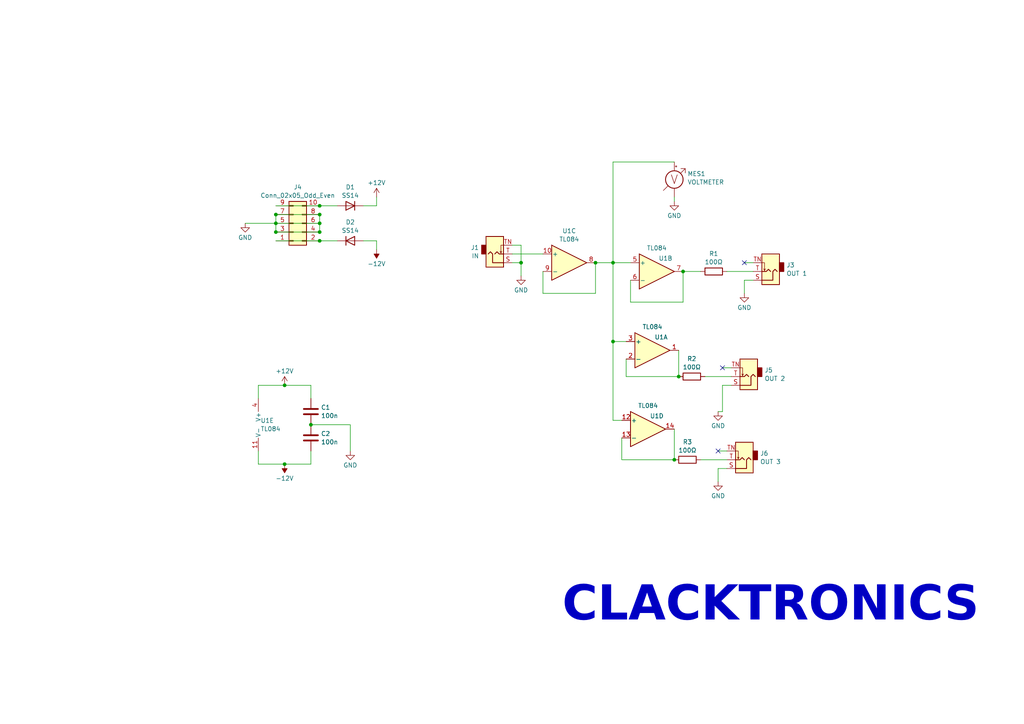
<source format=kicad_sch>
(kicad_sch
	(version 20231120)
	(generator "eeschema")
	(generator_version "8.0")
	(uuid "e7140f0f-8e55-468d-a94f-0d7319b7ed9b")
	(paper "A4")
	(lib_symbols
		(symbol "Amplifier_Operational:TL084"
			(pin_names
				(offset 0.127)
			)
			(exclude_from_sim no)
			(in_bom yes)
			(on_board yes)
			(property "Reference" "U"
				(at 0 5.08 0)
				(effects
					(font
						(size 1.27 1.27)
					)
					(justify left)
				)
			)
			(property "Value" "TL084"
				(at 0 -5.08 0)
				(effects
					(font
						(size 1.27 1.27)
					)
					(justify left)
				)
			)
			(property "Footprint" ""
				(at -1.27 2.54 0)
				(effects
					(font
						(size 1.27 1.27)
					)
					(hide yes)
				)
			)
			(property "Datasheet" "http://www.ti.com/lit/ds/symlink/tl081.pdf"
				(at 1.27 5.08 0)
				(effects
					(font
						(size 1.27 1.27)
					)
					(hide yes)
				)
			)
			(property "Description" "Quad JFET-Input Operational Amplifiers, DIP-14/SOIC-14/SSOP-14"
				(at 0 0 0)
				(effects
					(font
						(size 1.27 1.27)
					)
					(hide yes)
				)
			)
			(property "ki_locked" ""
				(at 0 0 0)
				(effects
					(font
						(size 1.27 1.27)
					)
				)
			)
			(property "ki_keywords" "quad opamp"
				(at 0 0 0)
				(effects
					(font
						(size 1.27 1.27)
					)
					(hide yes)
				)
			)
			(property "ki_fp_filters" "SOIC*3.9x8.7mm*P1.27mm* DIP*W7.62mm* TSSOP*4.4x5mm*P0.65mm* SSOP*5.3x6.2mm*P0.65mm* MSOP*3x3mm*P0.5mm*"
				(at 0 0 0)
				(effects
					(font
						(size 1.27 1.27)
					)
					(hide yes)
				)
			)
			(symbol "TL084_1_1"
				(polyline
					(pts
						(xy -5.08 5.08) (xy 5.08 0) (xy -5.08 -5.08) (xy -5.08 5.08)
					)
					(stroke
						(width 0.254)
						(type default)
					)
					(fill
						(type background)
					)
				)
				(pin output line
					(at 7.62 0 180)
					(length 2.54)
					(name "~"
						(effects
							(font
								(size 1.27 1.27)
							)
						)
					)
					(number "1"
						(effects
							(font
								(size 1.27 1.27)
							)
						)
					)
				)
				(pin input line
					(at -7.62 -2.54 0)
					(length 2.54)
					(name "-"
						(effects
							(font
								(size 1.27 1.27)
							)
						)
					)
					(number "2"
						(effects
							(font
								(size 1.27 1.27)
							)
						)
					)
				)
				(pin input line
					(at -7.62 2.54 0)
					(length 2.54)
					(name "+"
						(effects
							(font
								(size 1.27 1.27)
							)
						)
					)
					(number "3"
						(effects
							(font
								(size 1.27 1.27)
							)
						)
					)
				)
			)
			(symbol "TL084_2_1"
				(polyline
					(pts
						(xy -5.08 5.08) (xy 5.08 0) (xy -5.08 -5.08) (xy -5.08 5.08)
					)
					(stroke
						(width 0.254)
						(type default)
					)
					(fill
						(type background)
					)
				)
				(pin input line
					(at -7.62 2.54 0)
					(length 2.54)
					(name "+"
						(effects
							(font
								(size 1.27 1.27)
							)
						)
					)
					(number "5"
						(effects
							(font
								(size 1.27 1.27)
							)
						)
					)
				)
				(pin input line
					(at -7.62 -2.54 0)
					(length 2.54)
					(name "-"
						(effects
							(font
								(size 1.27 1.27)
							)
						)
					)
					(number "6"
						(effects
							(font
								(size 1.27 1.27)
							)
						)
					)
				)
				(pin output line
					(at 7.62 0 180)
					(length 2.54)
					(name "~"
						(effects
							(font
								(size 1.27 1.27)
							)
						)
					)
					(number "7"
						(effects
							(font
								(size 1.27 1.27)
							)
						)
					)
				)
			)
			(symbol "TL084_3_1"
				(polyline
					(pts
						(xy -5.08 5.08) (xy 5.08 0) (xy -5.08 -5.08) (xy -5.08 5.08)
					)
					(stroke
						(width 0.254)
						(type default)
					)
					(fill
						(type background)
					)
				)
				(pin input line
					(at -7.62 2.54 0)
					(length 2.54)
					(name "+"
						(effects
							(font
								(size 1.27 1.27)
							)
						)
					)
					(number "10"
						(effects
							(font
								(size 1.27 1.27)
							)
						)
					)
				)
				(pin output line
					(at 7.62 0 180)
					(length 2.54)
					(name "~"
						(effects
							(font
								(size 1.27 1.27)
							)
						)
					)
					(number "8"
						(effects
							(font
								(size 1.27 1.27)
							)
						)
					)
				)
				(pin input line
					(at -7.62 -2.54 0)
					(length 2.54)
					(name "-"
						(effects
							(font
								(size 1.27 1.27)
							)
						)
					)
					(number "9"
						(effects
							(font
								(size 1.27 1.27)
							)
						)
					)
				)
			)
			(symbol "TL084_4_1"
				(polyline
					(pts
						(xy -5.08 5.08) (xy 5.08 0) (xy -5.08 -5.08) (xy -5.08 5.08)
					)
					(stroke
						(width 0.254)
						(type default)
					)
					(fill
						(type background)
					)
				)
				(pin input line
					(at -7.62 2.54 0)
					(length 2.54)
					(name "+"
						(effects
							(font
								(size 1.27 1.27)
							)
						)
					)
					(number "12"
						(effects
							(font
								(size 1.27 1.27)
							)
						)
					)
				)
				(pin input line
					(at -7.62 -2.54 0)
					(length 2.54)
					(name "-"
						(effects
							(font
								(size 1.27 1.27)
							)
						)
					)
					(number "13"
						(effects
							(font
								(size 1.27 1.27)
							)
						)
					)
				)
				(pin output line
					(at 7.62 0 180)
					(length 2.54)
					(name "~"
						(effects
							(font
								(size 1.27 1.27)
							)
						)
					)
					(number "14"
						(effects
							(font
								(size 1.27 1.27)
							)
						)
					)
				)
			)
			(symbol "TL084_5_1"
				(pin power_in line
					(at -2.54 -7.62 90)
					(length 3.81)
					(name "V-"
						(effects
							(font
								(size 1.27 1.27)
							)
						)
					)
					(number "11"
						(effects
							(font
								(size 1.27 1.27)
							)
						)
					)
				)
				(pin power_in line
					(at -2.54 7.62 270)
					(length 3.81)
					(name "V+"
						(effects
							(font
								(size 1.27 1.27)
							)
						)
					)
					(number "4"
						(effects
							(font
								(size 1.27 1.27)
							)
						)
					)
				)
			)
		)
		(symbol "Connector_Audio:AudioJack2_SwitchT"
			(exclude_from_sim no)
			(in_bom yes)
			(on_board yes)
			(property "Reference" "J"
				(at 0 8.89 0)
				(effects
					(font
						(size 1.27 1.27)
					)
				)
			)
			(property "Value" "AudioJack2_SwitchT"
				(at 0 6.35 0)
				(effects
					(font
						(size 1.27 1.27)
					)
				)
			)
			(property "Footprint" ""
				(at 0 0 0)
				(effects
					(font
						(size 1.27 1.27)
					)
					(hide yes)
				)
			)
			(property "Datasheet" "~"
				(at 0 0 0)
				(effects
					(font
						(size 1.27 1.27)
					)
					(hide yes)
				)
			)
			(property "Description" "Audio Jack, 2 Poles (Mono / TS), Switched T Pole (Normalling)"
				(at 0 0 0)
				(effects
					(font
						(size 1.27 1.27)
					)
					(hide yes)
				)
			)
			(property "ki_keywords" "audio jack receptacle mono headphones phone TS connector"
				(at 0 0 0)
				(effects
					(font
						(size 1.27 1.27)
					)
					(hide yes)
				)
			)
			(property "ki_fp_filters" "Jack*"
				(at 0 0 0)
				(effects
					(font
						(size 1.27 1.27)
					)
					(hide yes)
				)
			)
			(symbol "AudioJack2_SwitchT_0_1"
				(rectangle
					(start -2.54 0)
					(end -3.81 -2.54)
					(stroke
						(width 0.254)
						(type default)
					)
					(fill
						(type outline)
					)
				)
				(polyline
					(pts
						(xy 1.778 -0.254) (xy 2.032 -0.762)
					)
					(stroke
						(width 0)
						(type default)
					)
					(fill
						(type none)
					)
				)
				(polyline
					(pts
						(xy 0 0) (xy 0.635 -0.635) (xy 1.27 0) (xy 2.54 0)
					)
					(stroke
						(width 0.254)
						(type default)
					)
					(fill
						(type none)
					)
				)
				(polyline
					(pts
						(xy 2.54 -2.54) (xy 1.778 -2.54) (xy 1.778 -0.254) (xy 1.524 -0.762)
					)
					(stroke
						(width 0)
						(type default)
					)
					(fill
						(type none)
					)
				)
				(polyline
					(pts
						(xy 2.54 2.54) (xy -0.635 2.54) (xy -0.635 0) (xy -1.27 -0.635) (xy -1.905 0)
					)
					(stroke
						(width 0.254)
						(type default)
					)
					(fill
						(type none)
					)
				)
				(rectangle
					(start 2.54 3.81)
					(end -2.54 -5.08)
					(stroke
						(width 0.254)
						(type default)
					)
					(fill
						(type background)
					)
				)
			)
			(symbol "AudioJack2_SwitchT_1_1"
				(pin passive line
					(at 5.08 2.54 180)
					(length 2.54)
					(name "~"
						(effects
							(font
								(size 1.27 1.27)
							)
						)
					)
					(number "S"
						(effects
							(font
								(size 1.27 1.27)
							)
						)
					)
				)
				(pin passive line
					(at 5.08 0 180)
					(length 2.54)
					(name "~"
						(effects
							(font
								(size 1.27 1.27)
							)
						)
					)
					(number "T"
						(effects
							(font
								(size 1.27 1.27)
							)
						)
					)
				)
				(pin passive line
					(at 5.08 -2.54 180)
					(length 2.54)
					(name "~"
						(effects
							(font
								(size 1.27 1.27)
							)
						)
					)
					(number "TN"
						(effects
							(font
								(size 1.27 1.27)
							)
						)
					)
				)
			)
		)
		(symbol "Connector_Generic:Conn_02x05_Odd_Even"
			(pin_names
				(offset 1.016) hide)
			(exclude_from_sim no)
			(in_bom yes)
			(on_board yes)
			(property "Reference" "J"
				(at 1.27 7.62 0)
				(effects
					(font
						(size 1.27 1.27)
					)
				)
			)
			(property "Value" "Conn_02x05_Odd_Even"
				(at 1.27 -7.62 0)
				(effects
					(font
						(size 1.27 1.27)
					)
				)
			)
			(property "Footprint" ""
				(at 0 0 0)
				(effects
					(font
						(size 1.27 1.27)
					)
					(hide yes)
				)
			)
			(property "Datasheet" "~"
				(at 0 0 0)
				(effects
					(font
						(size 1.27 1.27)
					)
					(hide yes)
				)
			)
			(property "Description" "Generic connector, double row, 02x05, odd/even pin numbering scheme (row 1 odd numbers, row 2 even numbers), script generated (kicad-library-utils/schlib/autogen/connector/)"
				(at 0 0 0)
				(effects
					(font
						(size 1.27 1.27)
					)
					(hide yes)
				)
			)
			(property "ki_keywords" "connector"
				(at 0 0 0)
				(effects
					(font
						(size 1.27 1.27)
					)
					(hide yes)
				)
			)
			(property "ki_fp_filters" "Connector*:*_2x??_*"
				(at 0 0 0)
				(effects
					(font
						(size 1.27 1.27)
					)
					(hide yes)
				)
			)
			(symbol "Conn_02x05_Odd_Even_1_1"
				(rectangle
					(start -1.27 -4.953)
					(end 0 -5.207)
					(stroke
						(width 0.1524)
						(type default)
					)
					(fill
						(type none)
					)
				)
				(rectangle
					(start -1.27 -2.413)
					(end 0 -2.667)
					(stroke
						(width 0.1524)
						(type default)
					)
					(fill
						(type none)
					)
				)
				(rectangle
					(start -1.27 0.127)
					(end 0 -0.127)
					(stroke
						(width 0.1524)
						(type default)
					)
					(fill
						(type none)
					)
				)
				(rectangle
					(start -1.27 2.667)
					(end 0 2.413)
					(stroke
						(width 0.1524)
						(type default)
					)
					(fill
						(type none)
					)
				)
				(rectangle
					(start -1.27 5.207)
					(end 0 4.953)
					(stroke
						(width 0.1524)
						(type default)
					)
					(fill
						(type none)
					)
				)
				(rectangle
					(start -1.27 6.35)
					(end 3.81 -6.35)
					(stroke
						(width 0.254)
						(type default)
					)
					(fill
						(type background)
					)
				)
				(rectangle
					(start 3.81 -4.953)
					(end 2.54 -5.207)
					(stroke
						(width 0.1524)
						(type default)
					)
					(fill
						(type none)
					)
				)
				(rectangle
					(start 3.81 -2.413)
					(end 2.54 -2.667)
					(stroke
						(width 0.1524)
						(type default)
					)
					(fill
						(type none)
					)
				)
				(rectangle
					(start 3.81 0.127)
					(end 2.54 -0.127)
					(stroke
						(width 0.1524)
						(type default)
					)
					(fill
						(type none)
					)
				)
				(rectangle
					(start 3.81 2.667)
					(end 2.54 2.413)
					(stroke
						(width 0.1524)
						(type default)
					)
					(fill
						(type none)
					)
				)
				(rectangle
					(start 3.81 5.207)
					(end 2.54 4.953)
					(stroke
						(width 0.1524)
						(type default)
					)
					(fill
						(type none)
					)
				)
				(pin passive line
					(at -5.08 5.08 0)
					(length 3.81)
					(name "Pin_1"
						(effects
							(font
								(size 1.27 1.27)
							)
						)
					)
					(number "1"
						(effects
							(font
								(size 1.27 1.27)
							)
						)
					)
				)
				(pin passive line
					(at 7.62 -5.08 180)
					(length 3.81)
					(name "Pin_10"
						(effects
							(font
								(size 1.27 1.27)
							)
						)
					)
					(number "10"
						(effects
							(font
								(size 1.27 1.27)
							)
						)
					)
				)
				(pin passive line
					(at 7.62 5.08 180)
					(length 3.81)
					(name "Pin_2"
						(effects
							(font
								(size 1.27 1.27)
							)
						)
					)
					(number "2"
						(effects
							(font
								(size 1.27 1.27)
							)
						)
					)
				)
				(pin passive line
					(at -5.08 2.54 0)
					(length 3.81)
					(name "Pin_3"
						(effects
							(font
								(size 1.27 1.27)
							)
						)
					)
					(number "3"
						(effects
							(font
								(size 1.27 1.27)
							)
						)
					)
				)
				(pin passive line
					(at 7.62 2.54 180)
					(length 3.81)
					(name "Pin_4"
						(effects
							(font
								(size 1.27 1.27)
							)
						)
					)
					(number "4"
						(effects
							(font
								(size 1.27 1.27)
							)
						)
					)
				)
				(pin passive line
					(at -5.08 0 0)
					(length 3.81)
					(name "Pin_5"
						(effects
							(font
								(size 1.27 1.27)
							)
						)
					)
					(number "5"
						(effects
							(font
								(size 1.27 1.27)
							)
						)
					)
				)
				(pin passive line
					(at 7.62 0 180)
					(length 3.81)
					(name "Pin_6"
						(effects
							(font
								(size 1.27 1.27)
							)
						)
					)
					(number "6"
						(effects
							(font
								(size 1.27 1.27)
							)
						)
					)
				)
				(pin passive line
					(at -5.08 -2.54 0)
					(length 3.81)
					(name "Pin_7"
						(effects
							(font
								(size 1.27 1.27)
							)
						)
					)
					(number "7"
						(effects
							(font
								(size 1.27 1.27)
							)
						)
					)
				)
				(pin passive line
					(at 7.62 -2.54 180)
					(length 3.81)
					(name "Pin_8"
						(effects
							(font
								(size 1.27 1.27)
							)
						)
					)
					(number "8"
						(effects
							(font
								(size 1.27 1.27)
							)
						)
					)
				)
				(pin passive line
					(at -5.08 -5.08 0)
					(length 3.81)
					(name "Pin_9"
						(effects
							(font
								(size 1.27 1.27)
							)
						)
					)
					(number "9"
						(effects
							(font
								(size 1.27 1.27)
							)
						)
					)
				)
			)
		)
		(symbol "Device:C"
			(pin_numbers hide)
			(pin_names
				(offset 0.254)
			)
			(exclude_from_sim no)
			(in_bom yes)
			(on_board yes)
			(property "Reference" "C"
				(at 0.635 2.54 0)
				(effects
					(font
						(size 1.27 1.27)
					)
					(justify left)
				)
			)
			(property "Value" "C"
				(at 0.635 -2.54 0)
				(effects
					(font
						(size 1.27 1.27)
					)
					(justify left)
				)
			)
			(property "Footprint" ""
				(at 0.9652 -3.81 0)
				(effects
					(font
						(size 1.27 1.27)
					)
					(hide yes)
				)
			)
			(property "Datasheet" "~"
				(at 0 0 0)
				(effects
					(font
						(size 1.27 1.27)
					)
					(hide yes)
				)
			)
			(property "Description" "Unpolarized capacitor"
				(at 0 0 0)
				(effects
					(font
						(size 1.27 1.27)
					)
					(hide yes)
				)
			)
			(property "ki_keywords" "cap capacitor"
				(at 0 0 0)
				(effects
					(font
						(size 1.27 1.27)
					)
					(hide yes)
				)
			)
			(property "ki_fp_filters" "C_*"
				(at 0 0 0)
				(effects
					(font
						(size 1.27 1.27)
					)
					(hide yes)
				)
			)
			(symbol "C_0_1"
				(polyline
					(pts
						(xy -2.032 -0.762) (xy 2.032 -0.762)
					)
					(stroke
						(width 0.508)
						(type default)
					)
					(fill
						(type none)
					)
				)
				(polyline
					(pts
						(xy -2.032 0.762) (xy 2.032 0.762)
					)
					(stroke
						(width 0.508)
						(type default)
					)
					(fill
						(type none)
					)
				)
			)
			(symbol "C_1_1"
				(pin passive line
					(at 0 3.81 270)
					(length 2.794)
					(name "~"
						(effects
							(font
								(size 1.27 1.27)
							)
						)
					)
					(number "1"
						(effects
							(font
								(size 1.27 1.27)
							)
						)
					)
				)
				(pin passive line
					(at 0 -3.81 90)
					(length 2.794)
					(name "~"
						(effects
							(font
								(size 1.27 1.27)
							)
						)
					)
					(number "2"
						(effects
							(font
								(size 1.27 1.27)
							)
						)
					)
				)
			)
		)
		(symbol "Device:D"
			(pin_numbers hide)
			(pin_names
				(offset 1.016) hide)
			(exclude_from_sim no)
			(in_bom yes)
			(on_board yes)
			(property "Reference" "D"
				(at 0 2.54 0)
				(effects
					(font
						(size 1.27 1.27)
					)
				)
			)
			(property "Value" "D"
				(at 0 -2.54 0)
				(effects
					(font
						(size 1.27 1.27)
					)
				)
			)
			(property "Footprint" ""
				(at 0 0 0)
				(effects
					(font
						(size 1.27 1.27)
					)
					(hide yes)
				)
			)
			(property "Datasheet" "~"
				(at 0 0 0)
				(effects
					(font
						(size 1.27 1.27)
					)
					(hide yes)
				)
			)
			(property "Description" "Diode"
				(at 0 0 0)
				(effects
					(font
						(size 1.27 1.27)
					)
					(hide yes)
				)
			)
			(property "Sim.Device" "D"
				(at 0 0 0)
				(effects
					(font
						(size 1.27 1.27)
					)
					(hide yes)
				)
			)
			(property "Sim.Pins" "1=K 2=A"
				(at 0 0 0)
				(effects
					(font
						(size 1.27 1.27)
					)
					(hide yes)
				)
			)
			(property "ki_keywords" "diode"
				(at 0 0 0)
				(effects
					(font
						(size 1.27 1.27)
					)
					(hide yes)
				)
			)
			(property "ki_fp_filters" "TO-???* *_Diode_* *SingleDiode* D_*"
				(at 0 0 0)
				(effects
					(font
						(size 1.27 1.27)
					)
					(hide yes)
				)
			)
			(symbol "D_0_1"
				(polyline
					(pts
						(xy -1.27 1.27) (xy -1.27 -1.27)
					)
					(stroke
						(width 0.254)
						(type default)
					)
					(fill
						(type none)
					)
				)
				(polyline
					(pts
						(xy 1.27 0) (xy -1.27 0)
					)
					(stroke
						(width 0)
						(type default)
					)
					(fill
						(type none)
					)
				)
				(polyline
					(pts
						(xy 1.27 1.27) (xy 1.27 -1.27) (xy -1.27 0) (xy 1.27 1.27)
					)
					(stroke
						(width 0.254)
						(type default)
					)
					(fill
						(type none)
					)
				)
			)
			(symbol "D_1_1"
				(pin passive line
					(at -3.81 0 0)
					(length 2.54)
					(name "K"
						(effects
							(font
								(size 1.27 1.27)
							)
						)
					)
					(number "1"
						(effects
							(font
								(size 1.27 1.27)
							)
						)
					)
				)
				(pin passive line
					(at 3.81 0 180)
					(length 2.54)
					(name "A"
						(effects
							(font
								(size 1.27 1.27)
							)
						)
					)
					(number "2"
						(effects
							(font
								(size 1.27 1.27)
							)
						)
					)
				)
			)
		)
		(symbol "Device:R"
			(pin_numbers hide)
			(pin_names
				(offset 0)
			)
			(exclude_from_sim no)
			(in_bom yes)
			(on_board yes)
			(property "Reference" "R"
				(at 2.032 0 90)
				(effects
					(font
						(size 1.27 1.27)
					)
				)
			)
			(property "Value" "R"
				(at 0 0 90)
				(effects
					(font
						(size 1.27 1.27)
					)
				)
			)
			(property "Footprint" ""
				(at -1.778 0 90)
				(effects
					(font
						(size 1.27 1.27)
					)
					(hide yes)
				)
			)
			(property "Datasheet" "~"
				(at 0 0 0)
				(effects
					(font
						(size 1.27 1.27)
					)
					(hide yes)
				)
			)
			(property "Description" "Resistor"
				(at 0 0 0)
				(effects
					(font
						(size 1.27 1.27)
					)
					(hide yes)
				)
			)
			(property "ki_keywords" "R res resistor"
				(at 0 0 0)
				(effects
					(font
						(size 1.27 1.27)
					)
					(hide yes)
				)
			)
			(property "ki_fp_filters" "R_*"
				(at 0 0 0)
				(effects
					(font
						(size 1.27 1.27)
					)
					(hide yes)
				)
			)
			(symbol "R_0_1"
				(rectangle
					(start -1.016 -2.54)
					(end 1.016 2.54)
					(stroke
						(width 0.254)
						(type default)
					)
					(fill
						(type none)
					)
				)
			)
			(symbol "R_1_1"
				(pin passive line
					(at 0 3.81 270)
					(length 1.27)
					(name "~"
						(effects
							(font
								(size 1.27 1.27)
							)
						)
					)
					(number "1"
						(effects
							(font
								(size 1.27 1.27)
							)
						)
					)
				)
				(pin passive line
					(at 0 -3.81 90)
					(length 1.27)
					(name "~"
						(effects
							(font
								(size 1.27 1.27)
							)
						)
					)
					(number "2"
						(effects
							(font
								(size 1.27 1.27)
							)
						)
					)
				)
			)
		)
		(symbol "Device:Voltmeter_DC"
			(pin_numbers hide)
			(pin_names
				(offset 0.0254) hide)
			(exclude_from_sim no)
			(in_bom yes)
			(on_board yes)
			(property "Reference" "MES"
				(at -3.302 1.016 0)
				(effects
					(font
						(size 1.27 1.27)
					)
					(justify right)
				)
			)
			(property "Value" "Voltmeter_DC"
				(at -3.302 -0.762 0)
				(effects
					(font
						(size 1.27 1.27)
					)
					(justify right)
				)
			)
			(property "Footprint" ""
				(at 0 2.54 90)
				(effects
					(font
						(size 1.27 1.27)
					)
					(hide yes)
				)
			)
			(property "Datasheet" "~"
				(at 0 2.54 90)
				(effects
					(font
						(size 1.27 1.27)
					)
					(hide yes)
				)
			)
			(property "Description" "DC voltmeter"
				(at 0 0 0)
				(effects
					(font
						(size 1.27 1.27)
					)
					(hide yes)
				)
			)
			(property "ki_keywords" "voltmeter DC"
				(at 0 0 0)
				(effects
					(font
						(size 1.27 1.27)
					)
					(hide yes)
				)
			)
			(symbol "Voltmeter_DC_0_0"
				(polyline
					(pts
						(xy -3.175 -3.175) (xy -1.905 -1.905)
					)
					(stroke
						(width 0)
						(type default)
					)
					(fill
						(type none)
					)
				)
				(polyline
					(pts
						(xy 1.905 1.905) (xy 3.175 3.175)
					)
					(stroke
						(width 0)
						(type default)
					)
					(fill
						(type none)
					)
				)
				(polyline
					(pts
						(xy 1.905 3.175) (xy 3.175 3.175) (xy 3.175 1.905)
					)
					(stroke
						(width 0)
						(type default)
					)
					(fill
						(type none)
					)
				)
				(text "V"
					(at 0 0 0)
					(effects
						(font
							(size 2.54 2.54)
						)
					)
				)
			)
			(symbol "Voltmeter_DC_0_1"
				(polyline
					(pts
						(xy 0.254 3.81) (xy 0.762 3.81)
					)
					(stroke
						(width 0)
						(type default)
					)
					(fill
						(type none)
					)
				)
				(polyline
					(pts
						(xy 0.508 4.064) (xy 0.508 3.556)
					)
					(stroke
						(width 0)
						(type default)
					)
					(fill
						(type none)
					)
				)
				(circle
					(center 0 0)
					(radius 2.54)
					(stroke
						(width 0.254)
						(type default)
					)
					(fill
						(type none)
					)
				)
			)
			(symbol "Voltmeter_DC_1_1"
				(pin passive line
					(at 0 -5.08 90)
					(length 2.54)
					(name "-"
						(effects
							(font
								(size 1.27 1.27)
							)
						)
					)
					(number "1"
						(effects
							(font
								(size 1.27 1.27)
							)
						)
					)
				)
				(pin passive line
					(at 0 5.08 270)
					(length 2.54)
					(name "+"
						(effects
							(font
								(size 1.27 1.27)
							)
						)
					)
					(number "2"
						(effects
							(font
								(size 1.27 1.27)
							)
						)
					)
				)
			)
		)
		(symbol "power:+12V"
			(power)
			(pin_names
				(offset 0)
			)
			(exclude_from_sim no)
			(in_bom yes)
			(on_board yes)
			(property "Reference" "#PWR"
				(at 0 -3.81 0)
				(effects
					(font
						(size 1.27 1.27)
					)
					(hide yes)
				)
			)
			(property "Value" "+12V"
				(at 0 3.556 0)
				(effects
					(font
						(size 1.27 1.27)
					)
				)
			)
			(property "Footprint" ""
				(at 0 0 0)
				(effects
					(font
						(size 1.27 1.27)
					)
					(hide yes)
				)
			)
			(property "Datasheet" ""
				(at 0 0 0)
				(effects
					(font
						(size 1.27 1.27)
					)
					(hide yes)
				)
			)
			(property "Description" "Power symbol creates a global label with name \"+12V\""
				(at 0 0 0)
				(effects
					(font
						(size 1.27 1.27)
					)
					(hide yes)
				)
			)
			(property "ki_keywords" "global power"
				(at 0 0 0)
				(effects
					(font
						(size 1.27 1.27)
					)
					(hide yes)
				)
			)
			(symbol "+12V_0_1"
				(polyline
					(pts
						(xy -0.762 1.27) (xy 0 2.54)
					)
					(stroke
						(width 0)
						(type default)
					)
					(fill
						(type none)
					)
				)
				(polyline
					(pts
						(xy 0 0) (xy 0 2.54)
					)
					(stroke
						(width 0)
						(type default)
					)
					(fill
						(type none)
					)
				)
				(polyline
					(pts
						(xy 0 2.54) (xy 0.762 1.27)
					)
					(stroke
						(width 0)
						(type default)
					)
					(fill
						(type none)
					)
				)
			)
			(symbol "+12V_1_1"
				(pin power_in line
					(at 0 0 90)
					(length 0) hide
					(name "+12V"
						(effects
							(font
								(size 1.27 1.27)
							)
						)
					)
					(number "1"
						(effects
							(font
								(size 1.27 1.27)
							)
						)
					)
				)
			)
		)
		(symbol "power:-12V"
			(power)
			(pin_names
				(offset 0)
			)
			(exclude_from_sim no)
			(in_bom yes)
			(on_board yes)
			(property "Reference" "#PWR"
				(at 0 2.54 0)
				(effects
					(font
						(size 1.27 1.27)
					)
					(hide yes)
				)
			)
			(property "Value" "-12V"
				(at 0 3.81 0)
				(effects
					(font
						(size 1.27 1.27)
					)
				)
			)
			(property "Footprint" ""
				(at 0 0 0)
				(effects
					(font
						(size 1.27 1.27)
					)
					(hide yes)
				)
			)
			(property "Datasheet" ""
				(at 0 0 0)
				(effects
					(font
						(size 1.27 1.27)
					)
					(hide yes)
				)
			)
			(property "Description" "Power symbol creates a global label with name \"-12V\""
				(at 0 0 0)
				(effects
					(font
						(size 1.27 1.27)
					)
					(hide yes)
				)
			)
			(property "ki_keywords" "global power"
				(at 0 0 0)
				(effects
					(font
						(size 1.27 1.27)
					)
					(hide yes)
				)
			)
			(symbol "-12V_0_0"
				(pin power_in line
					(at 0 0 90)
					(length 0) hide
					(name "-12V"
						(effects
							(font
								(size 1.27 1.27)
							)
						)
					)
					(number "1"
						(effects
							(font
								(size 1.27 1.27)
							)
						)
					)
				)
			)
			(symbol "-12V_0_1"
				(polyline
					(pts
						(xy 0 0) (xy 0 1.27) (xy 0.762 1.27) (xy 0 2.54) (xy -0.762 1.27) (xy 0 1.27)
					)
					(stroke
						(width 0)
						(type default)
					)
					(fill
						(type outline)
					)
				)
			)
		)
		(symbol "power:GND"
			(power)
			(pin_names
				(offset 0)
			)
			(exclude_from_sim no)
			(in_bom yes)
			(on_board yes)
			(property "Reference" "#PWR"
				(at 0 -6.35 0)
				(effects
					(font
						(size 1.27 1.27)
					)
					(hide yes)
				)
			)
			(property "Value" "GND"
				(at 0 -3.81 0)
				(effects
					(font
						(size 1.27 1.27)
					)
				)
			)
			(property "Footprint" ""
				(at 0 0 0)
				(effects
					(font
						(size 1.27 1.27)
					)
					(hide yes)
				)
			)
			(property "Datasheet" ""
				(at 0 0 0)
				(effects
					(font
						(size 1.27 1.27)
					)
					(hide yes)
				)
			)
			(property "Description" "Power symbol creates a global label with name \"GND\" , ground"
				(at 0 0 0)
				(effects
					(font
						(size 1.27 1.27)
					)
					(hide yes)
				)
			)
			(property "ki_keywords" "global power"
				(at 0 0 0)
				(effects
					(font
						(size 1.27 1.27)
					)
					(hide yes)
				)
			)
			(symbol "GND_0_1"
				(polyline
					(pts
						(xy 0 0) (xy 0 -1.27) (xy 1.27 -1.27) (xy 0 -2.54) (xy -1.27 -1.27) (xy 0 -1.27)
					)
					(stroke
						(width 0)
						(type default)
					)
					(fill
						(type none)
					)
				)
			)
			(symbol "GND_1_1"
				(pin power_in line
					(at 0 0 270)
					(length 0) hide
					(name "GND"
						(effects
							(font
								(size 1.27 1.27)
							)
						)
					)
					(number "1"
						(effects
							(font
								(size 1.27 1.27)
							)
						)
					)
				)
			)
		)
	)
	(junction
		(at 92.71 64.77)
		(diameter 0)
		(color 0 0 0 0)
		(uuid "1b23a8a0-f955-46de-800f-4f11797eff5c")
	)
	(junction
		(at 177.8 99.06)
		(diameter 0)
		(color 0 0 0 0)
		(uuid "1bcf15f4-03c1-4083-828c-fed10a2807e1")
	)
	(junction
		(at 80.01 67.31)
		(diameter 0)
		(color 0 0 0 0)
		(uuid "237331b7-84b6-4915-8cb3-9c687bd156fe")
	)
	(junction
		(at 195.58 133.35)
		(diameter 0)
		(color 0 0 0 0)
		(uuid "28e9bb3f-de08-441f-807b-eef1ef202fbd")
	)
	(junction
		(at 80.01 62.23)
		(diameter 0)
		(color 0 0 0 0)
		(uuid "2d4d95b1-d148-43ad-bd73-3a0d03fddffd")
	)
	(junction
		(at 92.71 59.69)
		(diameter 0)
		(color 0 0 0 0)
		(uuid "32fb4383-44f0-4006-9d7e-38d52b4bd6b4")
	)
	(junction
		(at 198.12 78.74)
		(diameter 0)
		(color 0 0 0 0)
		(uuid "33ca731f-9e03-486d-acfc-d178dc7bf8cb")
	)
	(junction
		(at 80.01 64.77)
		(diameter 0)
		(color 0 0 0 0)
		(uuid "421ad2fb-042a-4205-be22-20f1bfc5b5ee")
	)
	(junction
		(at 92.71 67.31)
		(diameter 0)
		(color 0 0 0 0)
		(uuid "443eb6ca-19c3-4625-a4f9-9b212050e297")
	)
	(junction
		(at 82.55 111.76)
		(diameter 0)
		(color 0 0 0 0)
		(uuid "4894e38d-3828-459a-bcd5-f43495c01891")
	)
	(junction
		(at 92.71 62.23)
		(diameter 0)
		(color 0 0 0 0)
		(uuid "4c4e5ad7-f6ce-49f5-a009-9b2d55c77bef")
	)
	(junction
		(at 172.72 76.2)
		(diameter 0)
		(color 0 0 0 0)
		(uuid "58f6ee8d-73cd-4d74-bb8a-cc25362f8453")
	)
	(junction
		(at 151.13 76.2)
		(diameter 0)
		(color 0 0 0 0)
		(uuid "636dcf3f-9a74-43b7-b7f2-8a0172a80240")
	)
	(junction
		(at 196.85 109.22)
		(diameter 0)
		(color 0 0 0 0)
		(uuid "6f4311a4-fbc4-4089-8a16-966e5047dd3f")
	)
	(junction
		(at 177.8 76.2)
		(diameter 0)
		(color 0 0 0 0)
		(uuid "9bc4d528-2a8a-4b85-9d86-fe80b44577e4")
	)
	(junction
		(at 90.17 123.19)
		(diameter 0)
		(color 0 0 0 0)
		(uuid "bece6d98-8417-452a-8306-e983c45bdf43")
	)
	(junction
		(at 92.71 69.85)
		(diameter 0)
		(color 0 0 0 0)
		(uuid "fb10024f-f0ca-453a-b1ba-4d1d07a4554e")
	)
	(junction
		(at 82.55 134.62)
		(diameter 0)
		(color 0 0 0 0)
		(uuid "ffe904ad-9850-4bb9-a2cb-6123a10e5731")
	)
	(no_connect
		(at 208.28 130.81)
		(uuid "2979cb13-6ffe-465b-aade-e3220825d940")
	)
	(no_connect
		(at 215.9 76.2)
		(uuid "2d52bf89-eb6d-458a-a06f-eef7372778f9")
	)
	(no_connect
		(at 209.55 106.68)
		(uuid "31f0c86b-4757-402e-9970-e82c467c729a")
	)
	(wire
		(pts
			(xy 82.55 134.62) (xy 74.93 134.62)
		)
		(stroke
			(width 0)
			(type default)
		)
		(uuid "04989e34-5fba-47d7-93aa-a201afa9733e")
	)
	(wire
		(pts
			(xy 82.55 111.76) (xy 74.93 111.76)
		)
		(stroke
			(width 0)
			(type default)
		)
		(uuid "04f1b432-e860-45a9-a6a4-f61640929aee")
	)
	(wire
		(pts
			(xy 148.59 71.12) (xy 151.13 71.12)
		)
		(stroke
			(width 0)
			(type default)
		)
		(uuid "0e8322d7-e18a-41f8-9509-345b2bf22c1b")
	)
	(wire
		(pts
			(xy 209.55 111.76) (xy 209.55 119.38)
		)
		(stroke
			(width 0)
			(type default)
		)
		(uuid "10322dbc-eda6-4452-be7c-4653cb7ceeb4")
	)
	(wire
		(pts
			(xy 151.13 71.12) (xy 151.13 76.2)
		)
		(stroke
			(width 0)
			(type default)
		)
		(uuid "113b5845-5138-4a9b-a456-4dd1450316be")
	)
	(wire
		(pts
			(xy 215.9 81.28) (xy 215.9 85.09)
		)
		(stroke
			(width 0)
			(type default)
		)
		(uuid "15c975b3-5ee3-450a-818a-2f77806e95d4")
	)
	(wire
		(pts
			(xy 177.8 99.06) (xy 177.8 76.2)
		)
		(stroke
			(width 0)
			(type default)
		)
		(uuid "18e7f174-5065-49c0-b97d-a380230bb398")
	)
	(wire
		(pts
			(xy 195.58 57.15) (xy 195.58 58.42)
		)
		(stroke
			(width 0)
			(type default)
		)
		(uuid "1c63c001-cc28-4336-84b7-e1189683b095")
	)
	(wire
		(pts
			(xy 180.34 133.35) (xy 195.58 133.35)
		)
		(stroke
			(width 0)
			(type default)
		)
		(uuid "1d1bc1c3-b180-486e-80cc-7945991589ad")
	)
	(wire
		(pts
			(xy 177.8 46.99) (xy 195.58 46.99)
		)
		(stroke
			(width 0)
			(type default)
		)
		(uuid "217c6e2a-acb2-41c1-9f0a-7061aa2f193b")
	)
	(wire
		(pts
			(xy 212.09 111.76) (xy 209.55 111.76)
		)
		(stroke
			(width 0)
			(type default)
		)
		(uuid "257e7bdb-8669-4f5f-a5ef-61cf6026c790")
	)
	(wire
		(pts
			(xy 80.01 62.23) (xy 80.01 64.77)
		)
		(stroke
			(width 0)
			(type default)
		)
		(uuid "30333182-0273-4c3e-a818-fbc5763d690f")
	)
	(wire
		(pts
			(xy 181.61 104.14) (xy 181.61 109.22)
		)
		(stroke
			(width 0)
			(type default)
		)
		(uuid "37dd2228-473a-46e2-b8e1-bf17a57412a9")
	)
	(wire
		(pts
			(xy 181.61 109.22) (xy 196.85 109.22)
		)
		(stroke
			(width 0)
			(type default)
		)
		(uuid "3dd46f0d-36ea-4beb-b356-da8d1cd552d8")
	)
	(wire
		(pts
			(xy 80.01 64.77) (xy 80.01 67.31)
		)
		(stroke
			(width 0)
			(type default)
		)
		(uuid "41c78bd8-d803-4bab-9404-3ac99cb19b52")
	)
	(wire
		(pts
			(xy 180.34 121.92) (xy 177.8 121.92)
		)
		(stroke
			(width 0)
			(type default)
		)
		(uuid "484f5f12-184b-4944-9dc3-bfde8a961d1d")
	)
	(wire
		(pts
			(xy 109.22 59.69) (xy 105.41 59.69)
		)
		(stroke
			(width 0)
			(type default)
		)
		(uuid "4928a5a1-2a48-4ca3-bc09-4567f488b5c1")
	)
	(wire
		(pts
			(xy 80.01 64.77) (xy 71.12 64.77)
		)
		(stroke
			(width 0)
			(type default)
		)
		(uuid "4a80eea4-09f3-453a-9e2a-53b9689bb79d")
	)
	(wire
		(pts
			(xy 90.17 123.19) (xy 101.6 123.19)
		)
		(stroke
			(width 0)
			(type default)
		)
		(uuid "4ebecfb0-78a8-4a7d-819d-33d075b1acc9")
	)
	(wire
		(pts
			(xy 80.01 67.31) (xy 92.71 67.31)
		)
		(stroke
			(width 0)
			(type default)
		)
		(uuid "4fba6402-14ed-4b25-a194-d5d31c1812ff")
	)
	(wire
		(pts
			(xy 74.93 111.76) (xy 74.93 115.57)
		)
		(stroke
			(width 0)
			(type default)
		)
		(uuid "5373185c-d2f8-4a35-a9d9-0ddd1bbacefa")
	)
	(wire
		(pts
			(xy 204.47 109.22) (xy 212.09 109.22)
		)
		(stroke
			(width 0)
			(type default)
		)
		(uuid "5d488de3-b89f-4659-b1ed-455e5cb17050")
	)
	(wire
		(pts
			(xy 198.12 78.74) (xy 203.2 78.74)
		)
		(stroke
			(width 0)
			(type default)
		)
		(uuid "5f3fb752-e4b7-463e-b1bf-ccd191ad0eac")
	)
	(wire
		(pts
			(xy 90.17 111.76) (xy 90.17 115.57)
		)
		(stroke
			(width 0)
			(type default)
		)
		(uuid "6326844a-f12b-4469-921c-d444e70ba819")
	)
	(wire
		(pts
			(xy 92.71 64.77) (xy 92.71 67.31)
		)
		(stroke
			(width 0)
			(type default)
		)
		(uuid "6398ca5c-1671-4847-b552-56dc3b40ea4c")
	)
	(wire
		(pts
			(xy 210.82 130.81) (xy 208.28 130.81)
		)
		(stroke
			(width 0)
			(type default)
		)
		(uuid "663c27fe-b82f-4ef0-8121-ccb9844a1210")
	)
	(wire
		(pts
			(xy 101.6 123.19) (xy 101.6 130.81)
		)
		(stroke
			(width 0)
			(type default)
		)
		(uuid "6a7cf69e-540a-4fe6-807b-20c435e92db5")
	)
	(wire
		(pts
			(xy 212.09 106.68) (xy 209.55 106.68)
		)
		(stroke
			(width 0)
			(type default)
		)
		(uuid "6d6140da-7e1d-487b-a6e0-e216cea2cdcb")
	)
	(wire
		(pts
			(xy 109.22 57.15) (xy 109.22 59.69)
		)
		(stroke
			(width 0)
			(type default)
		)
		(uuid "76712fb5-beaf-477d-b0fb-f05a01c80233")
	)
	(wire
		(pts
			(xy 209.55 119.38) (xy 208.28 119.38)
		)
		(stroke
			(width 0)
			(type default)
		)
		(uuid "77cb6d51-8cea-41b6-bae2-aec92b2760b8")
	)
	(wire
		(pts
			(xy 80.01 59.69) (xy 92.71 59.69)
		)
		(stroke
			(width 0)
			(type default)
		)
		(uuid "79b279f3-cdba-4145-9433-83ce7c90d38e")
	)
	(wire
		(pts
			(xy 196.85 109.22) (xy 196.85 101.6)
		)
		(stroke
			(width 0)
			(type default)
		)
		(uuid "802a4538-f1e2-4445-95b5-c7124667aa93")
	)
	(wire
		(pts
			(xy 198.12 87.63) (xy 198.12 78.74)
		)
		(stroke
			(width 0)
			(type default)
		)
		(uuid "815be903-ad63-49e2-8141-3686aa770eb2")
	)
	(wire
		(pts
			(xy 148.59 76.2) (xy 151.13 76.2)
		)
		(stroke
			(width 0)
			(type default)
		)
		(uuid "842bb404-82bb-43ac-af69-2db1e74971e9")
	)
	(wire
		(pts
			(xy 80.01 62.23) (xy 92.71 62.23)
		)
		(stroke
			(width 0)
			(type default)
		)
		(uuid "8ca24229-d76c-481d-b37d-2e5279c1aa7d")
	)
	(wire
		(pts
			(xy 195.58 133.35) (xy 195.58 124.46)
		)
		(stroke
			(width 0)
			(type default)
		)
		(uuid "8dd28de5-2652-40bf-84ad-ba9245d9183d")
	)
	(wire
		(pts
			(xy 182.88 81.28) (xy 182.88 87.63)
		)
		(stroke
			(width 0)
			(type default)
		)
		(uuid "92689350-9bc5-4c8d-b7b9-60a05eaf305c")
	)
	(wire
		(pts
			(xy 82.55 111.76) (xy 90.17 111.76)
		)
		(stroke
			(width 0)
			(type default)
		)
		(uuid "931551bb-286a-4f27-8976-bdc72d6daba2")
	)
	(wire
		(pts
			(xy 82.55 134.62) (xy 90.17 134.62)
		)
		(stroke
			(width 0)
			(type default)
		)
		(uuid "a3a698f5-66f2-427c-9151-a8bc95323c38")
	)
	(wire
		(pts
			(xy 172.72 85.09) (xy 172.72 76.2)
		)
		(stroke
			(width 0)
			(type default)
		)
		(uuid "a4ded26c-d320-4c8d-b964-aacaad3d839f")
	)
	(wire
		(pts
			(xy 92.71 69.85) (xy 97.79 69.85)
		)
		(stroke
			(width 0)
			(type default)
		)
		(uuid "a77afa0d-c957-4e7b-a93d-98bd1a3181d2")
	)
	(wire
		(pts
			(xy 109.22 69.85) (xy 109.22 72.39)
		)
		(stroke
			(width 0)
			(type default)
		)
		(uuid "aa4fc9c3-707c-4142-9e30-e0987c2be860")
	)
	(wire
		(pts
			(xy 92.71 62.23) (xy 92.71 64.77)
		)
		(stroke
			(width 0)
			(type default)
		)
		(uuid "ac8d3a03-bb22-44e2-87fb-01bfc9d99b9d")
	)
	(wire
		(pts
			(xy 203.2 133.35) (xy 210.82 133.35)
		)
		(stroke
			(width 0)
			(type default)
		)
		(uuid "b06ea645-a06d-4a10-9b52-b4a708456ac3")
	)
	(wire
		(pts
			(xy 177.8 76.2) (xy 182.88 76.2)
		)
		(stroke
			(width 0)
			(type default)
		)
		(uuid "b283d5d2-0a25-41b6-9dc7-beef3e386bec")
	)
	(wire
		(pts
			(xy 90.17 134.62) (xy 90.17 130.81)
		)
		(stroke
			(width 0)
			(type default)
		)
		(uuid "b52d9a2b-4b45-4002-b955-bfcd9733ca73")
	)
	(wire
		(pts
			(xy 177.8 99.06) (xy 181.61 99.06)
		)
		(stroke
			(width 0)
			(type default)
		)
		(uuid "b7e664c8-6efe-492b-9c72-60e3f235ed98")
	)
	(wire
		(pts
			(xy 105.41 69.85) (xy 109.22 69.85)
		)
		(stroke
			(width 0)
			(type default)
		)
		(uuid "b91238d4-d4b2-42e2-a2c9-b51e0af161d1")
	)
	(wire
		(pts
			(xy 218.44 76.2) (xy 215.9 76.2)
		)
		(stroke
			(width 0)
			(type default)
		)
		(uuid "be16da6e-a8ee-4b27-a1ad-b89f0dd7f647")
	)
	(wire
		(pts
			(xy 148.59 73.66) (xy 157.48 73.66)
		)
		(stroke
			(width 0)
			(type default)
		)
		(uuid "ccebeed0-3dc2-4236-bf40-af3c0d389237")
	)
	(wire
		(pts
			(xy 74.93 134.62) (xy 74.93 130.81)
		)
		(stroke
			(width 0)
			(type default)
		)
		(uuid "cebad69f-99e4-4dd6-8392-513bdf4e15a3")
	)
	(wire
		(pts
			(xy 208.28 135.89) (xy 208.28 139.7)
		)
		(stroke
			(width 0)
			(type default)
		)
		(uuid "d05725b0-09a1-4cdc-8321-5fdc76a9f21a")
	)
	(wire
		(pts
			(xy 157.48 85.09) (xy 172.72 85.09)
		)
		(stroke
			(width 0)
			(type default)
		)
		(uuid "d174b9a9-8754-4c2e-a922-7f71679bff35")
	)
	(wire
		(pts
			(xy 97.79 59.69) (xy 92.71 59.69)
		)
		(stroke
			(width 0)
			(type default)
		)
		(uuid "d1ac4905-bc99-4fa9-a652-05eef32f8620")
	)
	(wire
		(pts
			(xy 180.34 127) (xy 180.34 133.35)
		)
		(stroke
			(width 0)
			(type default)
		)
		(uuid "d4b008bd-6eab-4f76-97f8-6b758d9087cf")
	)
	(wire
		(pts
			(xy 177.8 121.92) (xy 177.8 99.06)
		)
		(stroke
			(width 0)
			(type default)
		)
		(uuid "d9176ecc-ec6e-475d-891a-c14dc1d7cc53")
	)
	(wire
		(pts
			(xy 177.8 46.99) (xy 177.8 76.2)
		)
		(stroke
			(width 0)
			(type default)
		)
		(uuid "db252b9b-762c-43e7-b14f-0f1c3549dcf3")
	)
	(wire
		(pts
			(xy 172.72 76.2) (xy 177.8 76.2)
		)
		(stroke
			(width 0)
			(type default)
		)
		(uuid "def7be2a-a06f-48d5-aad1-31428fcc7285")
	)
	(wire
		(pts
			(xy 182.88 87.63) (xy 198.12 87.63)
		)
		(stroke
			(width 0)
			(type default)
		)
		(uuid "e060b81d-dd8f-423a-b716-84a6c8976937")
	)
	(wire
		(pts
			(xy 157.48 78.74) (xy 157.48 85.09)
		)
		(stroke
			(width 0)
			(type default)
		)
		(uuid "e5fa73bf-0727-4705-ac3a-f5d646a3a255")
	)
	(wire
		(pts
			(xy 210.82 135.89) (xy 208.28 135.89)
		)
		(stroke
			(width 0)
			(type default)
		)
		(uuid "f3a57ad3-4067-4385-b471-6eb9a0dcc863")
	)
	(wire
		(pts
			(xy 218.44 81.28) (xy 215.9 81.28)
		)
		(stroke
			(width 0)
			(type default)
		)
		(uuid "f4219751-8d00-4bcd-b43b-71313953a7cd")
	)
	(wire
		(pts
			(xy 92.71 64.77) (xy 80.01 64.77)
		)
		(stroke
			(width 0)
			(type default)
		)
		(uuid "faef7ba1-d6eb-4e84-9b9b-508983499c6d")
	)
	(wire
		(pts
			(xy 80.01 69.85) (xy 92.71 69.85)
		)
		(stroke
			(width 0)
			(type default)
		)
		(uuid "fb79de8d-2253-4f40-9b6a-bf97597c20da")
	)
	(wire
		(pts
			(xy 210.82 78.74) (xy 218.44 78.74)
		)
		(stroke
			(width 0)
			(type default)
		)
		(uuid "fe588ef6-ff70-4c52-8e0a-f434c19e9e14")
	)
	(wire
		(pts
			(xy 151.13 76.2) (xy 151.13 80.01)
		)
		(stroke
			(width 0)
			(type default)
		)
		(uuid "fe8981f1-8f92-47f5-9f22-e0215ef635ad")
	)
	(text "CLACKTRONICS"
		(exclude_from_sim no)
		(at 223.52 178.308 0)
		(effects
			(font
				(face "Dosis")
				(size 10 10)
				(thickness 1)
				(bold yes)
			)
		)
		(uuid "2a3a1540-a358-4f95-aef7-1aed42cf4486")
	)
	(symbol
		(lib_id "power:+12V")
		(at 109.22 57.15 0)
		(unit 1)
		(exclude_from_sim no)
		(in_bom yes)
		(on_board yes)
		(dnp no)
		(fields_autoplaced yes)
		(uuid "0ed601cc-38b2-4e6b-95a1-5687020a5721")
		(property "Reference" "#PWR08"
			(at 109.22 60.96 0)
			(effects
				(font
					(size 1.27 1.27)
				)
				(hide yes)
			)
		)
		(property "Value" "+12V"
			(at 109.22 53.0169 0)
			(effects
				(font
					(size 1.27 1.27)
				)
			)
		)
		(property "Footprint" ""
			(at 109.22 57.15 0)
			(effects
				(font
					(size 1.27 1.27)
				)
				(hide yes)
			)
		)
		(property "Datasheet" ""
			(at 109.22 57.15 0)
			(effects
				(font
					(size 1.27 1.27)
				)
				(hide yes)
			)
		)
		(property "Description" ""
			(at 109.22 57.15 0)
			(effects
				(font
					(size 1.27 1.27)
				)
				(hide yes)
			)
		)
		(pin "1"
			(uuid "c86d2a2d-b813-4498-a8f8-7cd7b6e0ca96")
		)
		(instances
			(project "EuroClack_voltage_meter_main"
				(path "/e7140f0f-8e55-468d-a94f-0d7319b7ed9b"
					(reference "#PWR08")
					(unit 1)
				)
			)
		)
	)
	(symbol
		(lib_id "power:GND")
		(at 208.28 119.38 0)
		(mirror y)
		(unit 1)
		(exclude_from_sim no)
		(in_bom yes)
		(on_board yes)
		(dnp no)
		(fields_autoplaced yes)
		(uuid "13191978-caa3-4118-bbcc-e42a78fcfc02")
		(property "Reference" "#PWR010"
			(at 208.28 125.73 0)
			(effects
				(font
					(size 1.27 1.27)
				)
				(hide yes)
			)
		)
		(property "Value" "GND"
			(at 208.28 123.5131 0)
			(effects
				(font
					(size 1.27 1.27)
				)
			)
		)
		(property "Footprint" ""
			(at 208.28 119.38 0)
			(effects
				(font
					(size 1.27 1.27)
				)
				(hide yes)
			)
		)
		(property "Datasheet" ""
			(at 208.28 119.38 0)
			(effects
				(font
					(size 1.27 1.27)
				)
				(hide yes)
			)
		)
		(property "Description" ""
			(at 208.28 119.38 0)
			(effects
				(font
					(size 1.27 1.27)
				)
				(hide yes)
			)
		)
		(pin "1"
			(uuid "cfbd1651-0055-4992-a2f0-17f701b389f8")
		)
		(instances
			(project "EuroClack_voltage_meter_main"
				(path "/e7140f0f-8e55-468d-a94f-0d7319b7ed9b"
					(reference "#PWR010")
					(unit 1)
				)
			)
		)
	)
	(symbol
		(lib_id "Connector_Audio:AudioJack2_SwitchT")
		(at 143.51 73.66 0)
		(mirror x)
		(unit 1)
		(exclude_from_sim no)
		(in_bom yes)
		(on_board yes)
		(dnp no)
		(fields_autoplaced yes)
		(uuid "17b477cd-e4c2-4abd-8307-636c826a6e1c")
		(property "Reference" "J1"
			(at 138.9381 71.8129 0)
			(effects
				(font
					(size 1.27 1.27)
				)
				(justify right)
			)
		)
		(property "Value" "IN"
			(at 138.9381 74.2371 0)
			(effects
				(font
					(size 1.27 1.27)
				)
				(justify right)
			)
		)
		(property "Footprint" "BYOM_General:Jack_3.5mm_QingPu_WQP-PJ398SM_Vertical"
			(at 143.51 73.66 0)
			(effects
				(font
					(size 1.27 1.27)
				)
				(hide yes)
			)
		)
		(property "Datasheet" "~"
			(at 143.51 73.66 0)
			(effects
				(font
					(size 1.27 1.27)
				)
				(hide yes)
			)
		)
		(property "Description" ""
			(at 143.51 73.66 0)
			(effects
				(font
					(size 1.27 1.27)
				)
				(hide yes)
			)
		)
		(pin "S"
			(uuid "16fe6959-96cc-4f70-be1d-1cf8c201761a")
		)
		(pin "TN"
			(uuid "75ed0f59-350b-43bd-aae6-c4e89f5e776c")
		)
		(pin "T"
			(uuid "4ba6d846-f5f3-4556-88e3-47a109425081")
		)
		(instances
			(project "EuroClack_voltage_meter_main"
				(path "/e7140f0f-8e55-468d-a94f-0d7319b7ed9b"
					(reference "J1")
					(unit 1)
				)
			)
		)
	)
	(symbol
		(lib_id "Device:C")
		(at 90.17 119.38 0)
		(unit 1)
		(exclude_from_sim no)
		(in_bom yes)
		(on_board yes)
		(dnp no)
		(fields_autoplaced yes)
		(uuid "3814271c-6222-4fe1-b173-b3ae7ba6b06f")
		(property "Reference" "C1"
			(at 93.091 118.1679 0)
			(effects
				(font
					(size 1.27 1.27)
				)
				(justify left)
			)
		)
		(property "Value" "100n"
			(at 93.091 120.5921 0)
			(effects
				(font
					(size 1.27 1.27)
				)
				(justify left)
			)
		)
		(property "Footprint" "Clacktronics:C_0805_2012Metric"
			(at 91.1352 123.19 0)
			(effects
				(font
					(size 1.27 1.27)
				)
				(hide yes)
			)
		)
		(property "Datasheet" "~"
			(at 90.17 119.38 0)
			(effects
				(font
					(size 1.27 1.27)
				)
				(hide yes)
			)
		)
		(property "Description" ""
			(at 90.17 119.38 0)
			(effects
				(font
					(size 1.27 1.27)
				)
				(hide yes)
			)
		)
		(pin "1"
			(uuid "affb18d5-a2a3-4f2e-9553-aa59555d0857")
		)
		(pin "2"
			(uuid "e8f69944-fc8f-4dce-894a-b7108ad2e697")
		)
		(instances
			(project "EuroClack_voltage_meter_main"
				(path "/e7140f0f-8e55-468d-a94f-0d7319b7ed9b"
					(reference "C1")
					(unit 1)
				)
			)
		)
	)
	(symbol
		(lib_id "power:GND")
		(at 71.12 64.77 0)
		(unit 1)
		(exclude_from_sim no)
		(in_bom yes)
		(on_board yes)
		(dnp no)
		(fields_autoplaced yes)
		(uuid "41a46ee7-c697-46a4-a5dc-a6d6bb737d7d")
		(property "Reference" "#PWR09"
			(at 71.12 71.12 0)
			(effects
				(font
					(size 1.27 1.27)
				)
				(hide yes)
			)
		)
		(property "Value" "GND"
			(at 71.12 68.9031 0)
			(effects
				(font
					(size 1.27 1.27)
				)
			)
		)
		(property "Footprint" ""
			(at 71.12 64.77 0)
			(effects
				(font
					(size 1.27 1.27)
				)
				(hide yes)
			)
		)
		(property "Datasheet" ""
			(at 71.12 64.77 0)
			(effects
				(font
					(size 1.27 1.27)
				)
				(hide yes)
			)
		)
		(property "Description" ""
			(at 71.12 64.77 0)
			(effects
				(font
					(size 1.27 1.27)
				)
				(hide yes)
			)
		)
		(pin "1"
			(uuid "4a0a7db0-505a-413b-9fbd-a8ce4a49d153")
		)
		(instances
			(project "EuroClack_voltage_meter_main"
				(path "/e7140f0f-8e55-468d-a94f-0d7319b7ed9b"
					(reference "#PWR09")
					(unit 1)
				)
			)
		)
	)
	(symbol
		(lib_id "Connector_Audio:AudioJack2_SwitchT")
		(at 223.52 78.74 180)
		(unit 1)
		(exclude_from_sim no)
		(in_bom yes)
		(on_board yes)
		(dnp no)
		(fields_autoplaced yes)
		(uuid "439184ce-625a-428a-a429-8cb361e3b862")
		(property "Reference" "J3"
			(at 228.092 76.8929 0)
			(effects
				(font
					(size 1.27 1.27)
				)
				(justify right)
			)
		)
		(property "Value" "OUT 1"
			(at 228.092 79.3171 0)
			(effects
				(font
					(size 1.27 1.27)
				)
				(justify right)
			)
		)
		(property "Footprint" "BYOM_General:Jack_3.5mm_QingPu_WQP-PJ398SM_Vertical"
			(at 223.52 78.74 0)
			(effects
				(font
					(size 1.27 1.27)
				)
				(hide yes)
			)
		)
		(property "Datasheet" "~"
			(at 223.52 78.74 0)
			(effects
				(font
					(size 1.27 1.27)
				)
				(hide yes)
			)
		)
		(property "Description" ""
			(at 223.52 78.74 0)
			(effects
				(font
					(size 1.27 1.27)
				)
				(hide yes)
			)
		)
		(pin "S"
			(uuid "c4f8713f-0ee2-4a2a-9e93-5bcc58b5569a")
		)
		(pin "TN"
			(uuid "e1ada73d-30f3-4480-9f34-eed9c6a34d69")
		)
		(pin "T"
			(uuid "aa7ebd7b-69e8-4697-a085-786a4d771e3e")
		)
		(instances
			(project "EuroClack_voltage_meter_main"
				(path "/e7140f0f-8e55-468d-a94f-0d7319b7ed9b"
					(reference "J3")
					(unit 1)
				)
			)
		)
	)
	(symbol
		(lib_id "Device:R")
		(at 207.01 78.74 90)
		(unit 1)
		(exclude_from_sim no)
		(in_bom yes)
		(on_board yes)
		(dnp no)
		(fields_autoplaced yes)
		(uuid "481a8e58-07ca-4648-bc8c-30eb1e3c2213")
		(property "Reference" "R1"
			(at 207.01 73.5797 90)
			(effects
				(font
					(size 1.27 1.27)
				)
			)
		)
		(property "Value" "100Ω"
			(at 207.01 76.0039 90)
			(effects
				(font
					(size 1.27 1.27)
				)
			)
		)
		(property "Footprint" "Clacktronics:R_0603_1608Metric"
			(at 207.01 80.518 90)
			(effects
				(font
					(size 1.27 1.27)
				)
				(hide yes)
			)
		)
		(property "Datasheet" "~"
			(at 207.01 78.74 0)
			(effects
				(font
					(size 1.27 1.27)
				)
				(hide yes)
			)
		)
		(property "Description" ""
			(at 207.01 78.74 0)
			(effects
				(font
					(size 1.27 1.27)
				)
				(hide yes)
			)
		)
		(pin "1"
			(uuid "0638ff95-26fd-47f4-bb3f-6ca5a10c2056")
		)
		(pin "2"
			(uuid "1ee1ef9b-aed5-4854-ac03-0e5ef1bde71f")
		)
		(instances
			(project "EuroClack_voltage_meter_main"
				(path "/e7140f0f-8e55-468d-a94f-0d7319b7ed9b"
					(reference "R1")
					(unit 1)
				)
			)
		)
	)
	(symbol
		(lib_id "power:-12V")
		(at 109.22 72.39 180)
		(unit 1)
		(exclude_from_sim no)
		(in_bom yes)
		(on_board yes)
		(dnp no)
		(fields_autoplaced yes)
		(uuid "4ea8718b-4ef1-46ab-9ed0-782efe7d4a54")
		(property "Reference" "#PWR07"
			(at 109.22 74.93 0)
			(effects
				(font
					(size 1.27 1.27)
				)
				(hide yes)
			)
		)
		(property "Value" "-12V"
			(at 109.22 76.5231 0)
			(effects
				(font
					(size 1.27 1.27)
				)
			)
		)
		(property "Footprint" ""
			(at 109.22 72.39 0)
			(effects
				(font
					(size 1.27 1.27)
				)
				(hide yes)
			)
		)
		(property "Datasheet" ""
			(at 109.22 72.39 0)
			(effects
				(font
					(size 1.27 1.27)
				)
				(hide yes)
			)
		)
		(property "Description" ""
			(at 109.22 72.39 0)
			(effects
				(font
					(size 1.27 1.27)
				)
				(hide yes)
			)
		)
		(pin "1"
			(uuid "f3eb5afa-c903-408c-b693-ab356f267dca")
		)
		(instances
			(project "EuroClack_voltage_meter_main"
				(path "/e7140f0f-8e55-468d-a94f-0d7319b7ed9b"
					(reference "#PWR07")
					(unit 1)
				)
			)
		)
	)
	(symbol
		(lib_id "Connector_Audio:AudioJack2_SwitchT")
		(at 215.9 133.35 180)
		(unit 1)
		(exclude_from_sim no)
		(in_bom yes)
		(on_board yes)
		(dnp no)
		(fields_autoplaced yes)
		(uuid "5c46f345-40c1-4e59-896c-b592eaa80867")
		(property "Reference" "J6"
			(at 220.472 131.5029 0)
			(effects
				(font
					(size 1.27 1.27)
				)
				(justify right)
			)
		)
		(property "Value" "OUT 3"
			(at 220.472 133.9271 0)
			(effects
				(font
					(size 1.27 1.27)
				)
				(justify right)
			)
		)
		(property "Footprint" "BYOM_General:Jack_3.5mm_QingPu_WQP-PJ398SM_Vertical"
			(at 215.9 133.35 0)
			(effects
				(font
					(size 1.27 1.27)
				)
				(hide yes)
			)
		)
		(property "Datasheet" "~"
			(at 215.9 133.35 0)
			(effects
				(font
					(size 1.27 1.27)
				)
				(hide yes)
			)
		)
		(property "Description" ""
			(at 215.9 133.35 0)
			(effects
				(font
					(size 1.27 1.27)
				)
				(hide yes)
			)
		)
		(pin "S"
			(uuid "94b35b4d-a617-4e80-a76f-dd801d3e0bd7")
		)
		(pin "TN"
			(uuid "ee2c8604-8ec7-4098-9b85-0574dffbc4d1")
		)
		(pin "T"
			(uuid "9b6b3f36-2ae2-4a3f-bd67-5ef9d0ffc65f")
		)
		(instances
			(project "EuroClack_voltage_meter_main"
				(path "/e7140f0f-8e55-468d-a94f-0d7319b7ed9b"
					(reference "J6")
					(unit 1)
				)
			)
		)
	)
	(symbol
		(lib_id "Connector_Generic:Conn_02x05_Odd_Even")
		(at 85.09 64.77 0)
		(mirror x)
		(unit 1)
		(exclude_from_sim no)
		(in_bom yes)
		(on_board yes)
		(dnp no)
		(fields_autoplaced yes)
		(uuid "65aa945d-960f-4b93-ae21-baeab43e2722")
		(property "Reference" "J4"
			(at 86.36 54.2757 0)
			(effects
				(font
					(size 1.27 1.27)
				)
			)
		)
		(property "Value" "Conn_02x05_Odd_Even"
			(at 86.36 56.6999 0)
			(effects
				(font
					(size 1.27 1.27)
				)
			)
		)
		(property "Footprint" "BYOM_General:IDC-Header_2x05_P2.54mm_Vertical"
			(at 85.09 64.77 0)
			(effects
				(font
					(size 1.27 1.27)
				)
				(hide yes)
			)
		)
		(property "Datasheet" "~"
			(at 85.09 64.77 0)
			(effects
				(font
					(size 1.27 1.27)
				)
				(hide yes)
			)
		)
		(property "Description" ""
			(at 85.09 64.77 0)
			(effects
				(font
					(size 1.27 1.27)
				)
				(hide yes)
			)
		)
		(pin "2"
			(uuid "bbd6eeb2-a422-4750-a09e-531338c1954f")
		)
		(pin "1"
			(uuid "46fb1386-c3e1-4dae-94dd-08754916d117")
		)
		(pin "4"
			(uuid "2bf2bceb-0137-466f-b8a5-07fcab9662c6")
		)
		(pin "6"
			(uuid "44f97027-fa9c-4a17-8847-97acefb0e1eb")
		)
		(pin "8"
			(uuid "54f98044-f99e-4ffa-af74-4fa5e9e95221")
		)
		(pin "5"
			(uuid "163e9429-b80e-4d66-a76c-fe8be4212099")
		)
		(pin "9"
			(uuid "09113c63-0758-46a1-82c5-f40f9bc0258a")
		)
		(pin "10"
			(uuid "9041cb97-ae03-4405-89d1-33be1e9085e4")
		)
		(pin "3"
			(uuid "f6816ece-2426-4fb5-bb55-1908e9c341f1")
		)
		(pin "7"
			(uuid "29c4596e-d2b0-45a0-986a-fbc85465527c")
		)
		(instances
			(project "EuroClack_voltage_meter_main"
				(path "/e7140f0f-8e55-468d-a94f-0d7319b7ed9b"
					(reference "J4")
					(unit 1)
				)
			)
		)
	)
	(symbol
		(lib_id "power:-12V")
		(at 82.55 134.62 180)
		(unit 1)
		(exclude_from_sim no)
		(in_bom yes)
		(on_board yes)
		(dnp no)
		(fields_autoplaced yes)
		(uuid "6b0066ed-a7b8-434f-ba13-8fa9385fc24c")
		(property "Reference" "#PWR05"
			(at 82.55 137.16 0)
			(effects
				(font
					(size 1.27 1.27)
				)
				(hide yes)
			)
		)
		(property "Value" "-12V"
			(at 82.55 138.7531 0)
			(effects
				(font
					(size 1.27 1.27)
				)
			)
		)
		(property "Footprint" ""
			(at 82.55 134.62 0)
			(effects
				(font
					(size 1.27 1.27)
				)
				(hide yes)
			)
		)
		(property "Datasheet" ""
			(at 82.55 134.62 0)
			(effects
				(font
					(size 1.27 1.27)
				)
				(hide yes)
			)
		)
		(property "Description" ""
			(at 82.55 134.62 0)
			(effects
				(font
					(size 1.27 1.27)
				)
				(hide yes)
			)
		)
		(pin "1"
			(uuid "facd34ca-16ae-47dc-a304-0bd7c7c7c5f5")
		)
		(instances
			(project "EuroClack_voltage_meter_main"
				(path "/e7140f0f-8e55-468d-a94f-0d7319b7ed9b"
					(reference "#PWR05")
					(unit 1)
				)
			)
		)
	)
	(symbol
		(lib_id "Device:C")
		(at 90.17 127 0)
		(unit 1)
		(exclude_from_sim no)
		(in_bom yes)
		(on_board yes)
		(dnp no)
		(fields_autoplaced yes)
		(uuid "711745d7-c3d7-4319-bccc-11de3ee53338")
		(property "Reference" "C2"
			(at 93.091 125.7879 0)
			(effects
				(font
					(size 1.27 1.27)
				)
				(justify left)
			)
		)
		(property "Value" "100n"
			(at 93.091 128.2121 0)
			(effects
				(font
					(size 1.27 1.27)
				)
				(justify left)
			)
		)
		(property "Footprint" "Clacktronics:C_0805_2012Metric"
			(at 91.1352 130.81 0)
			(effects
				(font
					(size 1.27 1.27)
				)
				(hide yes)
			)
		)
		(property "Datasheet" "~"
			(at 90.17 127 0)
			(effects
				(font
					(size 1.27 1.27)
				)
				(hide yes)
			)
		)
		(property "Description" ""
			(at 90.17 127 0)
			(effects
				(font
					(size 1.27 1.27)
				)
				(hide yes)
			)
		)
		(pin "1"
			(uuid "006a25dd-0b8b-4c70-92b5-4c255f962a78")
		)
		(pin "2"
			(uuid "5dc0c9e5-6d47-43c3-863a-3f6e6d9543b9")
		)
		(instances
			(project "EuroClack_voltage_meter_main"
				(path "/e7140f0f-8e55-468d-a94f-0d7319b7ed9b"
					(reference "C2")
					(unit 1)
				)
			)
		)
	)
	(symbol
		(lib_id "Amplifier_Operational:TL084")
		(at 77.47 123.19 0)
		(unit 5)
		(exclude_from_sim no)
		(in_bom yes)
		(on_board yes)
		(dnp no)
		(fields_autoplaced yes)
		(uuid "80b9deb9-f4fb-4388-8771-315192e2d6be")
		(property "Reference" "U1"
			(at 75.565 121.9779 0)
			(effects
				(font
					(size 1.27 1.27)
				)
				(justify left)
			)
		)
		(property "Value" "TL084"
			(at 75.565 124.4021 0)
			(effects
				(font
					(size 1.27 1.27)
				)
				(justify left)
			)
		)
		(property "Footprint" "Package_SO:SO-14_3.9x8.65mm_P1.27mm"
			(at 76.2 120.65 0)
			(effects
				(font
					(size 1.27 1.27)
				)
				(hide yes)
			)
		)
		(property "Datasheet" "http://www.ti.com/lit/ds/symlink/tl081.pdf"
			(at 78.74 118.11 0)
			(effects
				(font
					(size 1.27 1.27)
				)
				(hide yes)
			)
		)
		(property "Description" ""
			(at 77.47 123.19 0)
			(effects
				(font
					(size 1.27 1.27)
				)
				(hide yes)
			)
		)
		(pin "3"
			(uuid "f1454051-fa0f-4c78-9c01-ee381e37178f")
		)
		(pin "5"
			(uuid "2d2b4e2a-0292-4ba7-ba67-0a8dc1f1d1ae")
		)
		(pin "6"
			(uuid "1dec3141-018d-4e2d-a731-b0bbb9714c43")
		)
		(pin "10"
			(uuid "10ac28c9-4515-4d69-8fad-6d38bfd6a710")
		)
		(pin "1"
			(uuid "4eb74507-d7d0-4800-9ef4-aaa1f045828e")
		)
		(pin "2"
			(uuid "471533b7-a903-463f-91b0-634607e500b3")
		)
		(pin "8"
			(uuid "841a9802-b903-46e5-8f09-8cd8fa0b4115")
		)
		(pin "9"
			(uuid "f636d652-9d1b-4f63-b968-2e0360901179")
		)
		(pin "13"
			(uuid "0d10d559-65d2-4de2-98b8-26b3c60c0d17")
		)
		(pin "12"
			(uuid "4755d04c-5ae0-414e-ad00-6d2374cb5edd")
		)
		(pin "14"
			(uuid "9d0279c5-4edf-4827-a881-a153b24f746d")
		)
		(pin "4"
			(uuid "71a3c735-514a-4e35-85c3-72fd49be8106")
		)
		(pin "7"
			(uuid "d76081f1-d95b-4138-8615-1b905c3e9ecb")
		)
		(pin "11"
			(uuid "b0567c12-ea85-44e1-8890-00063aeab89e")
		)
		(instances
			(project "EuroClack_voltage_meter_main"
				(path "/e7140f0f-8e55-468d-a94f-0d7319b7ed9b"
					(reference "U1")
					(unit 5)
				)
			)
		)
	)
	(symbol
		(lib_id "power:GND")
		(at 208.28 139.7 0)
		(mirror y)
		(unit 1)
		(exclude_from_sim no)
		(in_bom yes)
		(on_board yes)
		(dnp no)
		(fields_autoplaced yes)
		(uuid "85847e8f-510e-494a-b8da-1a4b1cc1f365")
		(property "Reference" "#PWR011"
			(at 208.28 146.05 0)
			(effects
				(font
					(size 1.27 1.27)
				)
				(hide yes)
			)
		)
		(property "Value" "GND"
			(at 208.28 143.8331 0)
			(effects
				(font
					(size 1.27 1.27)
				)
			)
		)
		(property "Footprint" ""
			(at 208.28 139.7 0)
			(effects
				(font
					(size 1.27 1.27)
				)
				(hide yes)
			)
		)
		(property "Datasheet" ""
			(at 208.28 139.7 0)
			(effects
				(font
					(size 1.27 1.27)
				)
				(hide yes)
			)
		)
		(property "Description" ""
			(at 208.28 139.7 0)
			(effects
				(font
					(size 1.27 1.27)
				)
				(hide yes)
			)
		)
		(pin "1"
			(uuid "83ffe3f2-5d71-4356-a36a-60a360435483")
		)
		(instances
			(project "EuroClack_voltage_meter_main"
				(path "/e7140f0f-8e55-468d-a94f-0d7319b7ed9b"
					(reference "#PWR011")
					(unit 1)
				)
			)
		)
	)
	(symbol
		(lib_id "Amplifier_Operational:TL084")
		(at 187.96 124.46 0)
		(unit 4)
		(exclude_from_sim no)
		(in_bom yes)
		(on_board yes)
		(dnp no)
		(uuid "8a80a203-159b-4495-b1ae-28e702543925")
		(property "Reference" "U1"
			(at 190.5 120.65 0)
			(effects
				(font
					(size 1.27 1.27)
				)
			)
		)
		(property "Value" "TL084"
			(at 187.96 117.6599 0)
			(effects
				(font
					(size 1.27 1.27)
				)
			)
		)
		(property "Footprint" "Package_SO:SO-14_3.9x8.65mm_P1.27mm"
			(at 186.69 121.92 0)
			(effects
				(font
					(size 1.27 1.27)
				)
				(hide yes)
			)
		)
		(property "Datasheet" "http://www.ti.com/lit/ds/symlink/tl081.pdf"
			(at 189.23 119.38 0)
			(effects
				(font
					(size 1.27 1.27)
				)
				(hide yes)
			)
		)
		(property "Description" ""
			(at 187.96 124.46 0)
			(effects
				(font
					(size 1.27 1.27)
				)
				(hide yes)
			)
		)
		(pin "3"
			(uuid "f1454051-fa0f-4c78-9c01-ee381e371790")
		)
		(pin "5"
			(uuid "2d2b4e2a-0292-4ba7-ba67-0a8dc1f1d1af")
		)
		(pin "6"
			(uuid "1dec3141-018d-4e2d-a731-b0bbb9714c44")
		)
		(pin "10"
			(uuid "10ac28c9-4515-4d69-8fad-6d38bfd6a711")
		)
		(pin "1"
			(uuid "4eb74507-d7d0-4800-9ef4-aaa1f045828f")
		)
		(pin "2"
			(uuid "471533b7-a903-463f-91b0-634607e500b4")
		)
		(pin "8"
			(uuid "841a9802-b903-46e5-8f09-8cd8fa0b4116")
		)
		(pin "9"
			(uuid "f636d652-9d1b-4f63-b968-2e036090117a")
		)
		(pin "13"
			(uuid "0d10d559-65d2-4de2-98b8-26b3c60c0d18")
		)
		(pin "12"
			(uuid "4755d04c-5ae0-414e-ad00-6d2374cb5ede")
		)
		(pin "14"
			(uuid "9d0279c5-4edf-4827-a881-a153b24f746e")
		)
		(pin "4"
			(uuid "71a3c735-514a-4e35-85c3-72fd49be8107")
		)
		(pin "7"
			(uuid "d76081f1-d95b-4138-8615-1b905c3e9ecc")
		)
		(pin "11"
			(uuid "b0567c12-ea85-44e1-8890-00063aeab89f")
		)
		(instances
			(project "EuroClack_voltage_meter_main"
				(path "/e7140f0f-8e55-468d-a94f-0d7319b7ed9b"
					(reference "U1")
					(unit 4)
				)
			)
		)
	)
	(symbol
		(lib_id "Device:R")
		(at 200.66 109.22 90)
		(unit 1)
		(exclude_from_sim no)
		(in_bom yes)
		(on_board yes)
		(dnp no)
		(fields_autoplaced yes)
		(uuid "8bb4afef-220a-4935-ae2e-2571ac6c96c7")
		(property "Reference" "R2"
			(at 200.66 104.0597 90)
			(effects
				(font
					(size 1.27 1.27)
				)
			)
		)
		(property "Value" "100Ω"
			(at 200.66 106.4839 90)
			(effects
				(font
					(size 1.27 1.27)
				)
			)
		)
		(property "Footprint" "Clacktronics:R_0603_1608Metric"
			(at 200.66 110.998 90)
			(effects
				(font
					(size 1.27 1.27)
				)
				(hide yes)
			)
		)
		(property "Datasheet" "~"
			(at 200.66 109.22 0)
			(effects
				(font
					(size 1.27 1.27)
				)
				(hide yes)
			)
		)
		(property "Description" ""
			(at 200.66 109.22 0)
			(effects
				(font
					(size 1.27 1.27)
				)
				(hide yes)
			)
		)
		(pin "1"
			(uuid "d1c956b9-a88e-41a3-bba0-bdfc2c94d061")
		)
		(pin "2"
			(uuid "7cd08c13-b07a-4aa3-9fb0-460aa11d575c")
		)
		(instances
			(project "EuroClack_voltage_meter_main"
				(path "/e7140f0f-8e55-468d-a94f-0d7319b7ed9b"
					(reference "R2")
					(unit 1)
				)
			)
		)
	)
	(symbol
		(lib_id "power:+12V")
		(at 82.55 111.76 0)
		(unit 1)
		(exclude_from_sim no)
		(in_bom yes)
		(on_board yes)
		(dnp no)
		(fields_autoplaced yes)
		(uuid "8ec83fcf-5fd0-40e0-8de5-1b0fc26a1d8c")
		(property "Reference" "#PWR04"
			(at 82.55 115.57 0)
			(effects
				(font
					(size 1.27 1.27)
				)
				(hide yes)
			)
		)
		(property "Value" "+12V"
			(at 82.55 107.6269 0)
			(effects
				(font
					(size 1.27 1.27)
				)
			)
		)
		(property "Footprint" ""
			(at 82.55 111.76 0)
			(effects
				(font
					(size 1.27 1.27)
				)
				(hide yes)
			)
		)
		(property "Datasheet" ""
			(at 82.55 111.76 0)
			(effects
				(font
					(size 1.27 1.27)
				)
				(hide yes)
			)
		)
		(property "Description" ""
			(at 82.55 111.76 0)
			(effects
				(font
					(size 1.27 1.27)
				)
				(hide yes)
			)
		)
		(pin "1"
			(uuid "65c5bf53-d60e-4152-8cd6-1f1dd9fff63b")
		)
		(instances
			(project "EuroClack_voltage_meter_main"
				(path "/e7140f0f-8e55-468d-a94f-0d7319b7ed9b"
					(reference "#PWR04")
					(unit 1)
				)
			)
		)
	)
	(symbol
		(lib_id "Device:Voltmeter_DC")
		(at 195.58 52.07 0)
		(unit 1)
		(exclude_from_sim no)
		(in_bom yes)
		(on_board yes)
		(dnp no)
		(fields_autoplaced yes)
		(uuid "8f8f9988-7a7e-4962-94d5-5cfa95725de3")
		(property "Reference" "MES1"
			(at 199.39 50.4133 0)
			(effects
				(font
					(size 1.27 1.27)
				)
				(justify left)
			)
		)
		(property "Value" "VOLTMETER"
			(at 199.39 52.8376 0)
			(effects
				(font
					(size 1.27 1.27)
				)
				(justify left)
			)
		)
		(property "Footprint" "Clacktronics:CONN-TH_2P-P3.81_DB125-3.81-2P-BK-S"
			(at 195.58 49.53 90)
			(effects
				(font
					(size 1.27 1.27)
				)
				(hide yes)
			)
		)
		(property "Datasheet" "~"
			(at 195.58 49.53 90)
			(effects
				(font
					(size 1.27 1.27)
				)
				(hide yes)
			)
		)
		(property "Description" ""
			(at 195.58 52.07 0)
			(effects
				(font
					(size 1.27 1.27)
				)
				(hide yes)
			)
		)
		(pin "1"
			(uuid "5ad6e47d-6f7f-4eb1-9ca9-1557fa6ad39f")
		)
		(pin "2"
			(uuid "c0ca1b37-a1ef-407f-98fe-4dd2df636912")
		)
		(instances
			(project "EuroClack_voltage_meter_main"
				(path "/e7140f0f-8e55-468d-a94f-0d7319b7ed9b"
					(reference "MES1")
					(unit 1)
				)
			)
		)
	)
	(symbol
		(lib_id "power:GND")
		(at 215.9 85.09 0)
		(mirror y)
		(unit 1)
		(exclude_from_sim no)
		(in_bom yes)
		(on_board yes)
		(dnp no)
		(fields_autoplaced yes)
		(uuid "919ead4b-2b3c-4e7c-85cb-563022791278")
		(property "Reference" "#PWR03"
			(at 215.9 91.44 0)
			(effects
				(font
					(size 1.27 1.27)
				)
				(hide yes)
			)
		)
		(property "Value" "GND"
			(at 215.9 89.2231 0)
			(effects
				(font
					(size 1.27 1.27)
				)
			)
		)
		(property "Footprint" ""
			(at 215.9 85.09 0)
			(effects
				(font
					(size 1.27 1.27)
				)
				(hide yes)
			)
		)
		(property "Datasheet" ""
			(at 215.9 85.09 0)
			(effects
				(font
					(size 1.27 1.27)
				)
				(hide yes)
			)
		)
		(property "Description" ""
			(at 215.9 85.09 0)
			(effects
				(font
					(size 1.27 1.27)
				)
				(hide yes)
			)
		)
		(pin "1"
			(uuid "5a810f6c-ffd8-4a0b-ae37-546d6543d39f")
		)
		(instances
			(project "EuroClack_voltage_meter_main"
				(path "/e7140f0f-8e55-468d-a94f-0d7319b7ed9b"
					(reference "#PWR03")
					(unit 1)
				)
			)
		)
	)
	(symbol
		(lib_id "Amplifier_Operational:TL084")
		(at 190.5 78.74 0)
		(unit 2)
		(exclude_from_sim no)
		(in_bom yes)
		(on_board yes)
		(dnp no)
		(uuid "92ff8dc1-e56c-409f-93bd-d4b54545461b")
		(property "Reference" "U1"
			(at 193.04 74.93 0)
			(effects
				(font
					(size 1.27 1.27)
				)
			)
		)
		(property "Value" "TL084"
			(at 190.5 71.9399 0)
			(effects
				(font
					(size 1.27 1.27)
				)
			)
		)
		(property "Footprint" "Package_SO:SO-14_3.9x8.65mm_P1.27mm"
			(at 189.23 76.2 0)
			(effects
				(font
					(size 1.27 1.27)
				)
				(hide yes)
			)
		)
		(property "Datasheet" "http://www.ti.com/lit/ds/symlink/tl081.pdf"
			(at 191.77 73.66 0)
			(effects
				(font
					(size 1.27 1.27)
				)
				(hide yes)
			)
		)
		(property "Description" ""
			(at 190.5 78.74 0)
			(effects
				(font
					(size 1.27 1.27)
				)
				(hide yes)
			)
		)
		(pin "3"
			(uuid "f1454051-fa0f-4c78-9c01-ee381e371791")
		)
		(pin "5"
			(uuid "2d2b4e2a-0292-4ba7-ba67-0a8dc1f1d1b0")
		)
		(pin "6"
			(uuid "1dec3141-018d-4e2d-a731-b0bbb9714c45")
		)
		(pin "10"
			(uuid "10ac28c9-4515-4d69-8fad-6d38bfd6a712")
		)
		(pin "1"
			(uuid "4eb74507-d7d0-4800-9ef4-aaa1f0458290")
		)
		(pin "2"
			(uuid "471533b7-a903-463f-91b0-634607e500b5")
		)
		(pin "8"
			(uuid "841a9802-b903-46e5-8f09-8cd8fa0b4117")
		)
		(pin "9"
			(uuid "f636d652-9d1b-4f63-b968-2e036090117b")
		)
		(pin "13"
			(uuid "0d10d559-65d2-4de2-98b8-26b3c60c0d19")
		)
		(pin "12"
			(uuid "4755d04c-5ae0-414e-ad00-6d2374cb5edf")
		)
		(pin "14"
			(uuid "9d0279c5-4edf-4827-a881-a153b24f746f")
		)
		(pin "4"
			(uuid "71a3c735-514a-4e35-85c3-72fd49be8108")
		)
		(pin "7"
			(uuid "d76081f1-d95b-4138-8615-1b905c3e9ecd")
		)
		(pin "11"
			(uuid "b0567c12-ea85-44e1-8890-00063aeab8a0")
		)
		(instances
			(project "EuroClack_voltage_meter_main"
				(path "/e7140f0f-8e55-468d-a94f-0d7319b7ed9b"
					(reference "U1")
					(unit 2)
				)
			)
		)
	)
	(symbol
		(lib_id "Connector_Audio:AudioJack2_SwitchT")
		(at 217.17 109.22 180)
		(unit 1)
		(exclude_from_sim no)
		(in_bom yes)
		(on_board yes)
		(dnp no)
		(fields_autoplaced yes)
		(uuid "af2c972b-9626-4a65-a2ee-e8dd535de9b4")
		(property "Reference" "J5"
			(at 221.742 107.3729 0)
			(effects
				(font
					(size 1.27 1.27)
				)
				(justify right)
			)
		)
		(property "Value" "OUT 2"
			(at 221.742 109.7971 0)
			(effects
				(font
					(size 1.27 1.27)
				)
				(justify right)
			)
		)
		(property "Footprint" "BYOM_General:Jack_3.5mm_QingPu_WQP-PJ398SM_Vertical"
			(at 217.17 109.22 0)
			(effects
				(font
					(size 1.27 1.27)
				)
				(hide yes)
			)
		)
		(property "Datasheet" "~"
			(at 217.17 109.22 0)
			(effects
				(font
					(size 1.27 1.27)
				)
				(hide yes)
			)
		)
		(property "Description" ""
			(at 217.17 109.22 0)
			(effects
				(font
					(size 1.27 1.27)
				)
				(hide yes)
			)
		)
		(pin "S"
			(uuid "bf74e9e4-c455-42f5-9f92-18c55539f914")
		)
		(pin "TN"
			(uuid "0ecd9d06-bfff-4788-935b-5326b4409eea")
		)
		(pin "T"
			(uuid "de17f875-f5dc-4cbe-9338-3701f028ef5c")
		)
		(instances
			(project "EuroClack_voltage_meter_main"
				(path "/e7140f0f-8e55-468d-a94f-0d7319b7ed9b"
					(reference "J5")
					(unit 1)
				)
			)
		)
	)
	(symbol
		(lib_id "power:GND")
		(at 195.58 58.42 0)
		(unit 1)
		(exclude_from_sim no)
		(in_bom yes)
		(on_board yes)
		(dnp no)
		(fields_autoplaced yes)
		(uuid "bcc9de5d-bfc9-4199-a735-c3e133ccae88")
		(property "Reference" "#PWR02"
			(at 195.58 64.77 0)
			(effects
				(font
					(size 1.27 1.27)
				)
				(hide yes)
			)
		)
		(property "Value" "GND"
			(at 195.58 62.5531 0)
			(effects
				(font
					(size 1.27 1.27)
				)
			)
		)
		(property "Footprint" ""
			(at 195.58 58.42 0)
			(effects
				(font
					(size 1.27 1.27)
				)
				(hide yes)
			)
		)
		(property "Datasheet" ""
			(at 195.58 58.42 0)
			(effects
				(font
					(size 1.27 1.27)
				)
				(hide yes)
			)
		)
		(property "Description" ""
			(at 195.58 58.42 0)
			(effects
				(font
					(size 1.27 1.27)
				)
				(hide yes)
			)
		)
		(pin "1"
			(uuid "872463d2-0281-4249-a895-58a4a18de656")
		)
		(instances
			(project "EuroClack_voltage_meter_main"
				(path "/e7140f0f-8e55-468d-a94f-0d7319b7ed9b"
					(reference "#PWR02")
					(unit 1)
				)
			)
		)
	)
	(symbol
		(lib_id "Device:D")
		(at 101.6 59.69 180)
		(unit 1)
		(exclude_from_sim no)
		(in_bom yes)
		(on_board yes)
		(dnp no)
		(fields_autoplaced yes)
		(uuid "e24b7b72-381a-41bb-b10c-69c0cd74941e")
		(property "Reference" "D1"
			(at 101.6 54.2757 0)
			(effects
				(font
					(size 1.27 1.27)
				)
			)
		)
		(property "Value" "SS14"
			(at 101.6 56.6999 0)
			(effects
				(font
					(size 1.27 1.27)
				)
			)
		)
		(property "Footprint" "Diode_SMD:D_SMA"
			(at 101.6 59.69 0)
			(effects
				(font
					(size 1.27 1.27)
				)
				(hide yes)
			)
		)
		(property "Datasheet" "~"
			(at 101.6 59.69 0)
			(effects
				(font
					(size 1.27 1.27)
				)
				(hide yes)
			)
		)
		(property "Description" ""
			(at 101.6 59.69 0)
			(effects
				(font
					(size 1.27 1.27)
				)
				(hide yes)
			)
		)
		(property "Sim.Device" "D"
			(at 101.6 59.69 0)
			(effects
				(font
					(size 1.27 1.27)
				)
				(hide yes)
			)
		)
		(property "Sim.Pins" "1=K 2=A"
			(at 101.6 59.69 0)
			(effects
				(font
					(size 1.27 1.27)
				)
				(hide yes)
			)
		)
		(pin "1"
			(uuid "9b25cb7a-036f-47a5-b92f-740781798180")
		)
		(pin "2"
			(uuid "30e06506-9266-4f6c-b95a-3f2bd2a44878")
		)
		(instances
			(project "EuroClack_voltage_meter_main"
				(path "/e7140f0f-8e55-468d-a94f-0d7319b7ed9b"
					(reference "D1")
					(unit 1)
				)
			)
		)
	)
	(symbol
		(lib_id "Amplifier_Operational:TL084")
		(at 165.1 76.2 0)
		(unit 3)
		(exclude_from_sim no)
		(in_bom yes)
		(on_board yes)
		(dnp no)
		(fields_autoplaced yes)
		(uuid "eeb1692b-fa01-4524-a3d3-9345bbd7bf9c")
		(property "Reference" "U1"
			(at 165.1 66.9757 0)
			(effects
				(font
					(size 1.27 1.27)
				)
			)
		)
		(property "Value" "TL084"
			(at 165.1 69.3999 0)
			(effects
				(font
					(size 1.27 1.27)
				)
			)
		)
		(property "Footprint" "Package_SO:SO-14_3.9x8.65mm_P1.27mm"
			(at 163.83 73.66 0)
			(effects
				(font
					(size 1.27 1.27)
				)
				(hide yes)
			)
		)
		(property "Datasheet" "http://www.ti.com/lit/ds/symlink/tl081.pdf"
			(at 166.37 71.12 0)
			(effects
				(font
					(size 1.27 1.27)
				)
				(hide yes)
			)
		)
		(property "Description" ""
			(at 165.1 76.2 0)
			(effects
				(font
					(size 1.27 1.27)
				)
				(hide yes)
			)
		)
		(pin "3"
			(uuid "f1454051-fa0f-4c78-9c01-ee381e371792")
		)
		(pin "5"
			(uuid "2d2b4e2a-0292-4ba7-ba67-0a8dc1f1d1b1")
		)
		(pin "6"
			(uuid "1dec3141-018d-4e2d-a731-b0bbb9714c46")
		)
		(pin "10"
			(uuid "10ac28c9-4515-4d69-8fad-6d38bfd6a713")
		)
		(pin "1"
			(uuid "4eb74507-d7d0-4800-9ef4-aaa1f0458291")
		)
		(pin "2"
			(uuid "471533b7-a903-463f-91b0-634607e500b6")
		)
		(pin "8"
			(uuid "841a9802-b903-46e5-8f09-8cd8fa0b4118")
		)
		(pin "9"
			(uuid "f636d652-9d1b-4f63-b968-2e036090117c")
		)
		(pin "13"
			(uuid "0d10d559-65d2-4de2-98b8-26b3c60c0d1a")
		)
		(pin "12"
			(uuid "4755d04c-5ae0-414e-ad00-6d2374cb5ee0")
		)
		(pin "14"
			(uuid "9d0279c5-4edf-4827-a881-a153b24f7470")
		)
		(pin "4"
			(uuid "71a3c735-514a-4e35-85c3-72fd49be8109")
		)
		(pin "7"
			(uuid "d76081f1-d95b-4138-8615-1b905c3e9ece")
		)
		(pin "11"
			(uuid "b0567c12-ea85-44e1-8890-00063aeab8a1")
		)
		(instances
			(project "EuroClack_voltage_meter_main"
				(path "/e7140f0f-8e55-468d-a94f-0d7319b7ed9b"
					(reference "U1")
					(unit 3)
				)
			)
		)
	)
	(symbol
		(lib_id "power:GND")
		(at 101.6 130.81 0)
		(unit 1)
		(exclude_from_sim no)
		(in_bom yes)
		(on_board yes)
		(dnp no)
		(fields_autoplaced yes)
		(uuid "ef5a0f3e-16d8-419e-bbed-fd923516f699")
		(property "Reference" "#PWR06"
			(at 101.6 137.16 0)
			(effects
				(font
					(size 1.27 1.27)
				)
				(hide yes)
			)
		)
		(property "Value" "GND"
			(at 101.6 134.9431 0)
			(effects
				(font
					(size 1.27 1.27)
				)
			)
		)
		(property "Footprint" ""
			(at 101.6 130.81 0)
			(effects
				(font
					(size 1.27 1.27)
				)
				(hide yes)
			)
		)
		(property "Datasheet" ""
			(at 101.6 130.81 0)
			(effects
				(font
					(size 1.27 1.27)
				)
				(hide yes)
			)
		)
		(property "Description" ""
			(at 101.6 130.81 0)
			(effects
				(font
					(size 1.27 1.27)
				)
				(hide yes)
			)
		)
		(pin "1"
			(uuid "dc7c5078-19ce-46ea-8c0d-974c7f2427e9")
		)
		(instances
			(project "EuroClack_voltage_meter_main"
				(path "/e7140f0f-8e55-468d-a94f-0d7319b7ed9b"
					(reference "#PWR06")
					(unit 1)
				)
			)
		)
	)
	(symbol
		(lib_id "Device:D")
		(at 101.6 69.85 0)
		(unit 1)
		(exclude_from_sim no)
		(in_bom yes)
		(on_board yes)
		(dnp no)
		(fields_autoplaced yes)
		(uuid "f8acc2c8-6f82-4f5f-957f-944d3d49c1f6")
		(property "Reference" "D2"
			(at 101.6 64.4357 0)
			(effects
				(font
					(size 1.27 1.27)
				)
			)
		)
		(property "Value" "SS14"
			(at 101.6 66.8599 0)
			(effects
				(font
					(size 1.27 1.27)
				)
			)
		)
		(property "Footprint" "Diode_SMD:D_SMA"
			(at 101.6 69.85 0)
			(effects
				(font
					(size 1.27 1.27)
				)
				(hide yes)
			)
		)
		(property "Datasheet" "~"
			(at 101.6 69.85 0)
			(effects
				(font
					(size 1.27 1.27)
				)
				(hide yes)
			)
		)
		(property "Description" ""
			(at 101.6 69.85 0)
			(effects
				(font
					(size 1.27 1.27)
				)
				(hide yes)
			)
		)
		(property "Sim.Device" "D"
			(at 101.6 69.85 0)
			(effects
				(font
					(size 1.27 1.27)
				)
				(hide yes)
			)
		)
		(property "Sim.Pins" "1=K 2=A"
			(at 101.6 69.85 0)
			(effects
				(font
					(size 1.27 1.27)
				)
				(hide yes)
			)
		)
		(pin "1"
			(uuid "2faf2d22-9e5a-4490-bbb2-d357f40747c8")
		)
		(pin "2"
			(uuid "cc1f4311-89a3-4c34-8690-c03420be8fb1")
		)
		(instances
			(project "EuroClack_voltage_meter_main"
				(path "/e7140f0f-8e55-468d-a94f-0d7319b7ed9b"
					(reference "D2")
					(unit 1)
				)
			)
		)
	)
	(symbol
		(lib_id "Device:R")
		(at 199.39 133.35 90)
		(unit 1)
		(exclude_from_sim no)
		(in_bom yes)
		(on_board yes)
		(dnp no)
		(fields_autoplaced yes)
		(uuid "fa4ea76f-f6ba-4d0d-9a6f-6c957b03910d")
		(property "Reference" "R3"
			(at 199.39 128.1897 90)
			(effects
				(font
					(size 1.27 1.27)
				)
			)
		)
		(property "Value" "100Ω"
			(at 199.39 130.6139 90)
			(effects
				(font
					(size 1.27 1.27)
				)
			)
		)
		(property "Footprint" "Clacktronics:R_0603_1608Metric"
			(at 199.39 135.128 90)
			(effects
				(font
					(size 1.27 1.27)
				)
				(hide yes)
			)
		)
		(property "Datasheet" "~"
			(at 199.39 133.35 0)
			(effects
				(font
					(size 1.27 1.27)
				)
				(hide yes)
			)
		)
		(property "Description" ""
			(at 199.39 133.35 0)
			(effects
				(font
					(size 1.27 1.27)
				)
				(hide yes)
			)
		)
		(pin "1"
			(uuid "6fa5b35f-18a9-4ca4-8df2-1ed8d89977a7")
		)
		(pin "2"
			(uuid "c9393cef-6819-46c5-bf2b-1326a19ff284")
		)
		(instances
			(project "EuroClack_voltage_meter_main"
				(path "/e7140f0f-8e55-468d-a94f-0d7319b7ed9b"
					(reference "R3")
					(unit 1)
				)
			)
		)
	)
	(symbol
		(lib_id "power:GND")
		(at 151.13 80.01 0)
		(unit 1)
		(exclude_from_sim no)
		(in_bom yes)
		(on_board yes)
		(dnp no)
		(fields_autoplaced yes)
		(uuid "fc42b9dc-8b66-42f0-be91-74f49fa2e03c")
		(property "Reference" "#PWR01"
			(at 151.13 86.36 0)
			(effects
				(font
					(size 1.27 1.27)
				)
				(hide yes)
			)
		)
		(property "Value" "GND"
			(at 151.13 84.1431 0)
			(effects
				(font
					(size 1.27 1.27)
				)
			)
		)
		(property "Footprint" ""
			(at 151.13 80.01 0)
			(effects
				(font
					(size 1.27 1.27)
				)
				(hide yes)
			)
		)
		(property "Datasheet" ""
			(at 151.13 80.01 0)
			(effects
				(font
					(size 1.27 1.27)
				)
				(hide yes)
			)
		)
		(property "Description" ""
			(at 151.13 80.01 0)
			(effects
				(font
					(size 1.27 1.27)
				)
				(hide yes)
			)
		)
		(pin "1"
			(uuid "fcaa40e6-e00c-47cc-9a72-40278973152c")
		)
		(instances
			(project "EuroClack_voltage_meter_main"
				(path "/e7140f0f-8e55-468d-a94f-0d7319b7ed9b"
					(reference "#PWR01")
					(unit 1)
				)
			)
		)
	)
	(symbol
		(lib_id "Amplifier_Operational:TL084")
		(at 189.23 101.6 0)
		(unit 1)
		(exclude_from_sim no)
		(in_bom yes)
		(on_board yes)
		(dnp no)
		(uuid "ff529ada-2d30-4193-9b57-08db23af6f6a")
		(property "Reference" "U1"
			(at 191.77 97.79 0)
			(effects
				(font
					(size 1.27 1.27)
				)
			)
		)
		(property "Value" "TL084"
			(at 189.23 94.7999 0)
			(effects
				(font
					(size 1.27 1.27)
				)
			)
		)
		(property "Footprint" "Package_SO:SO-14_3.9x8.65mm_P1.27mm"
			(at 187.96 99.06 0)
			(effects
				(font
					(size 1.27 1.27)
				)
				(hide yes)
			)
		)
		(property "Datasheet" "http://www.ti.com/lit/ds/symlink/tl081.pdf"
			(at 190.5 96.52 0)
			(effects
				(font
					(size 1.27 1.27)
				)
				(hide yes)
			)
		)
		(property "Description" ""
			(at 189.23 101.6 0)
			(effects
				(font
					(size 1.27 1.27)
				)
				(hide yes)
			)
		)
		(pin "3"
			(uuid "f1454051-fa0f-4c78-9c01-ee381e371793")
		)
		(pin "5"
			(uuid "2d2b4e2a-0292-4ba7-ba67-0a8dc1f1d1b2")
		)
		(pin "6"
			(uuid "1dec3141-018d-4e2d-a731-b0bbb9714c47")
		)
		(pin "10"
			(uuid "10ac28c9-4515-4d69-8fad-6d38bfd6a714")
		)
		(pin "1"
			(uuid "4eb74507-d7d0-4800-9ef4-aaa1f0458292")
		)
		(pin "2"
			(uuid "471533b7-a903-463f-91b0-634607e500b7")
		)
		(pin "8"
			(uuid "841a9802-b903-46e5-8f09-8cd8fa0b4119")
		)
		(pin "9"
			(uuid "f636d652-9d1b-4f63-b968-2e036090117d")
		)
		(pin "13"
			(uuid "0d10d559-65d2-4de2-98b8-26b3c60c0d1b")
		)
		(pin "12"
			(uuid "4755d04c-5ae0-414e-ad00-6d2374cb5ee1")
		)
		(pin "14"
			(uuid "9d0279c5-4edf-4827-a881-a153b24f7471")
		)
		(pin "4"
			(uuid "71a3c735-514a-4e35-85c3-72fd49be810a")
		)
		(pin "7"
			(uuid "d76081f1-d95b-4138-8615-1b905c3e9ecf")
		)
		(pin "11"
			(uuid "b0567c12-ea85-44e1-8890-00063aeab8a2")
		)
		(instances
			(project "EuroClack_voltage_meter_main"
				(path "/e7140f0f-8e55-468d-a94f-0d7319b7ed9b"
					(reference "U1")
					(unit 1)
				)
			)
		)
	)
	(sheet_instances
		(path "/"
			(page "1")
		)
	)
)
</source>
